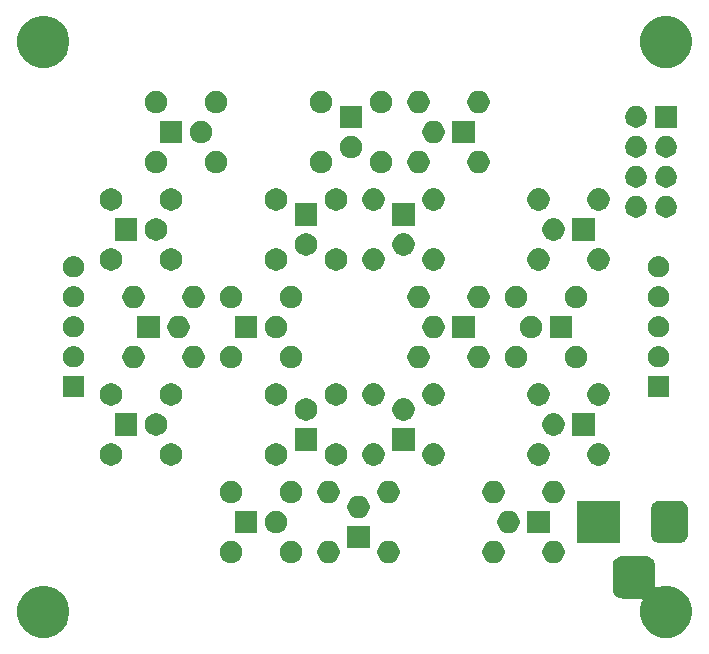
<source format=gbr>
G04 #@! TF.GenerationSoftware,KiCad,Pcbnew,5.1.5*
G04 #@! TF.CreationDate,2020-01-27T03:04:38+01:00*
G04 #@! TF.ProjectId,meshlight,6d657368-6c69-4676-9874-2e6b69636164,rev?*
G04 #@! TF.SameCoordinates,Original*
G04 #@! TF.FileFunction,Soldermask,Bot*
G04 #@! TF.FilePolarity,Negative*
%FSLAX46Y46*%
G04 Gerber Fmt 4.6, Leading zero omitted, Abs format (unit mm)*
G04 Created by KiCad (PCBNEW 5.1.5) date 2020-01-27 03:04:38*
%MOMM*%
%LPD*%
G04 APERTURE LIST*
%ADD10C,0.100000*%
G04 APERTURE END LIST*
D10*
G36*
X174941366Y-106420695D02*
G01*
X175098460Y-106468349D01*
X175243231Y-106545731D01*
X175370128Y-106649872D01*
X175474269Y-106776769D01*
X175551651Y-106921540D01*
X175599305Y-107078634D01*
X175616000Y-107248140D01*
X175616000Y-108934171D01*
X175618402Y-108958557D01*
X175625515Y-108982006D01*
X175637066Y-109003617D01*
X175652611Y-109022559D01*
X175671553Y-109038104D01*
X175693164Y-109049655D01*
X175716613Y-109056768D01*
X175740999Y-109059170D01*
X175765385Y-109056768D01*
X175788834Y-109049655D01*
X175887993Y-109008582D01*
X176313219Y-108924000D01*
X176746781Y-108924000D01*
X177172007Y-109008582D01*
X177405987Y-109105500D01*
X177572565Y-109174499D01*
X177933056Y-109415371D01*
X178239629Y-109721944D01*
X178453891Y-110042611D01*
X178480502Y-110082437D01*
X178646418Y-110482993D01*
X178731000Y-110908219D01*
X178731000Y-111341781D01*
X178646418Y-111767007D01*
X178480502Y-112167563D01*
X178480501Y-112167565D01*
X178239629Y-112528056D01*
X177933056Y-112834629D01*
X177572565Y-113075501D01*
X177572564Y-113075502D01*
X177572563Y-113075502D01*
X177172007Y-113241418D01*
X176746781Y-113326000D01*
X176313219Y-113326000D01*
X175887993Y-113241418D01*
X175487437Y-113075502D01*
X175487436Y-113075502D01*
X175487435Y-113075501D01*
X175126944Y-112834629D01*
X174820371Y-112528056D01*
X174579499Y-112167565D01*
X174579498Y-112167563D01*
X174413582Y-111767007D01*
X174329000Y-111341781D01*
X174329000Y-110908219D01*
X174413582Y-110482993D01*
X174539569Y-110178834D01*
X174546682Y-110155385D01*
X174549084Y-110130999D01*
X174546682Y-110106613D01*
X174539569Y-110083164D01*
X174528018Y-110061553D01*
X174512473Y-110042611D01*
X174493531Y-110027066D01*
X174471920Y-110015515D01*
X174448471Y-110008402D01*
X174424085Y-110006000D01*
X172858140Y-110006000D01*
X172688634Y-109989305D01*
X172531540Y-109941651D01*
X172386769Y-109864269D01*
X172259872Y-109760128D01*
X172155731Y-109633231D01*
X172078349Y-109488460D01*
X172030695Y-109331366D01*
X172014000Y-109161860D01*
X172014000Y-107248140D01*
X172030695Y-107078634D01*
X172078349Y-106921540D01*
X172155731Y-106776769D01*
X172259872Y-106649872D01*
X172386769Y-106545731D01*
X172531540Y-106468349D01*
X172688634Y-106420695D01*
X172858140Y-106404000D01*
X174771860Y-106404000D01*
X174941366Y-106420695D01*
G37*
G36*
X124467007Y-109008582D02*
G01*
X124700987Y-109105500D01*
X124867565Y-109174499D01*
X125228056Y-109415371D01*
X125534629Y-109721944D01*
X125748891Y-110042611D01*
X125775502Y-110082437D01*
X125941418Y-110482993D01*
X126026000Y-110908219D01*
X126026000Y-111341781D01*
X125941418Y-111767007D01*
X125775502Y-112167563D01*
X125775501Y-112167565D01*
X125534629Y-112528056D01*
X125228056Y-112834629D01*
X124867565Y-113075501D01*
X124867564Y-113075502D01*
X124867563Y-113075502D01*
X124467007Y-113241418D01*
X124041781Y-113326000D01*
X123608219Y-113326000D01*
X123182993Y-113241418D01*
X122782437Y-113075502D01*
X122782436Y-113075502D01*
X122782435Y-113075501D01*
X122421944Y-112834629D01*
X122115371Y-112528056D01*
X121874499Y-112167565D01*
X121874498Y-112167563D01*
X121708582Y-111767007D01*
X121624000Y-111341781D01*
X121624000Y-110908219D01*
X121708582Y-110482993D01*
X121874498Y-110082437D01*
X121901109Y-110042611D01*
X122115371Y-109721944D01*
X122421944Y-109415371D01*
X122782435Y-109174499D01*
X122949013Y-109105500D01*
X123182993Y-109008582D01*
X123608219Y-108924000D01*
X124041781Y-108924000D01*
X124467007Y-109008582D01*
G37*
G36*
X148232395Y-105130546D02*
G01*
X148405466Y-105202234D01*
X148478698Y-105251166D01*
X148561227Y-105306310D01*
X148693690Y-105438773D01*
X148693691Y-105438775D01*
X148797766Y-105594534D01*
X148869454Y-105767605D01*
X148906000Y-105951333D01*
X148906000Y-106138667D01*
X148869454Y-106322395D01*
X148797766Y-106495466D01*
X148797765Y-106495467D01*
X148693690Y-106651227D01*
X148561227Y-106783690D01*
X148530518Y-106804209D01*
X148405466Y-106887766D01*
X148232395Y-106959454D01*
X148048667Y-106996000D01*
X147861333Y-106996000D01*
X147677605Y-106959454D01*
X147504534Y-106887766D01*
X147379482Y-106804209D01*
X147348773Y-106783690D01*
X147216310Y-106651227D01*
X147112235Y-106495467D01*
X147112234Y-106495466D01*
X147040546Y-106322395D01*
X147004000Y-106138667D01*
X147004000Y-105951333D01*
X147040546Y-105767605D01*
X147112234Y-105594534D01*
X147216309Y-105438775D01*
X147216310Y-105438773D01*
X147348773Y-105306310D01*
X147431302Y-105251166D01*
X147504534Y-105202234D01*
X147677605Y-105130546D01*
X147861333Y-105094000D01*
X148048667Y-105094000D01*
X148232395Y-105130546D01*
G37*
G36*
X153312395Y-105130546D02*
G01*
X153485466Y-105202234D01*
X153558698Y-105251166D01*
X153641227Y-105306310D01*
X153773690Y-105438773D01*
X153773691Y-105438775D01*
X153877766Y-105594534D01*
X153949454Y-105767605D01*
X153986000Y-105951333D01*
X153986000Y-106138667D01*
X153949454Y-106322395D01*
X153877766Y-106495466D01*
X153877765Y-106495467D01*
X153773690Y-106651227D01*
X153641227Y-106783690D01*
X153610518Y-106804209D01*
X153485466Y-106887766D01*
X153312395Y-106959454D01*
X153128667Y-106996000D01*
X152941333Y-106996000D01*
X152757605Y-106959454D01*
X152584534Y-106887766D01*
X152459482Y-106804209D01*
X152428773Y-106783690D01*
X152296310Y-106651227D01*
X152192235Y-106495467D01*
X152192234Y-106495466D01*
X152120546Y-106322395D01*
X152084000Y-106138667D01*
X152084000Y-105951333D01*
X152120546Y-105767605D01*
X152192234Y-105594534D01*
X152296309Y-105438775D01*
X152296310Y-105438773D01*
X152428773Y-105306310D01*
X152511302Y-105251166D01*
X152584534Y-105202234D01*
X152757605Y-105130546D01*
X152941333Y-105094000D01*
X153128667Y-105094000D01*
X153312395Y-105130546D01*
G37*
G36*
X139977395Y-105130546D02*
G01*
X140150466Y-105202234D01*
X140223698Y-105251166D01*
X140306227Y-105306310D01*
X140438690Y-105438773D01*
X140438691Y-105438775D01*
X140542766Y-105594534D01*
X140614454Y-105767605D01*
X140651000Y-105951333D01*
X140651000Y-106138667D01*
X140614454Y-106322395D01*
X140542766Y-106495466D01*
X140542765Y-106495467D01*
X140438690Y-106651227D01*
X140306227Y-106783690D01*
X140275518Y-106804209D01*
X140150466Y-106887766D01*
X139977395Y-106959454D01*
X139793667Y-106996000D01*
X139606333Y-106996000D01*
X139422605Y-106959454D01*
X139249534Y-106887766D01*
X139124482Y-106804209D01*
X139093773Y-106783690D01*
X138961310Y-106651227D01*
X138857235Y-106495467D01*
X138857234Y-106495466D01*
X138785546Y-106322395D01*
X138749000Y-106138667D01*
X138749000Y-105951333D01*
X138785546Y-105767605D01*
X138857234Y-105594534D01*
X138961309Y-105438775D01*
X138961310Y-105438773D01*
X139093773Y-105306310D01*
X139176302Y-105251166D01*
X139249534Y-105202234D01*
X139422605Y-105130546D01*
X139606333Y-105094000D01*
X139793667Y-105094000D01*
X139977395Y-105130546D01*
G37*
G36*
X145057395Y-105130546D02*
G01*
X145230466Y-105202234D01*
X145303698Y-105251166D01*
X145386227Y-105306310D01*
X145518690Y-105438773D01*
X145518691Y-105438775D01*
X145622766Y-105594534D01*
X145694454Y-105767605D01*
X145731000Y-105951333D01*
X145731000Y-106138667D01*
X145694454Y-106322395D01*
X145622766Y-106495466D01*
X145622765Y-106495467D01*
X145518690Y-106651227D01*
X145386227Y-106783690D01*
X145355518Y-106804209D01*
X145230466Y-106887766D01*
X145057395Y-106959454D01*
X144873667Y-106996000D01*
X144686333Y-106996000D01*
X144502605Y-106959454D01*
X144329534Y-106887766D01*
X144204482Y-106804209D01*
X144173773Y-106783690D01*
X144041310Y-106651227D01*
X143937235Y-106495467D01*
X143937234Y-106495466D01*
X143865546Y-106322395D01*
X143829000Y-106138667D01*
X143829000Y-105951333D01*
X143865546Y-105767605D01*
X143937234Y-105594534D01*
X144041309Y-105438775D01*
X144041310Y-105438773D01*
X144173773Y-105306310D01*
X144256302Y-105251166D01*
X144329534Y-105202234D01*
X144502605Y-105130546D01*
X144686333Y-105094000D01*
X144873667Y-105094000D01*
X145057395Y-105130546D01*
G37*
G36*
X167282395Y-105130546D02*
G01*
X167455466Y-105202234D01*
X167528698Y-105251166D01*
X167611227Y-105306310D01*
X167743690Y-105438773D01*
X167743691Y-105438775D01*
X167847766Y-105594534D01*
X167919454Y-105767605D01*
X167956000Y-105951333D01*
X167956000Y-106138667D01*
X167919454Y-106322395D01*
X167847766Y-106495466D01*
X167847765Y-106495467D01*
X167743690Y-106651227D01*
X167611227Y-106783690D01*
X167580518Y-106804209D01*
X167455466Y-106887766D01*
X167282395Y-106959454D01*
X167098667Y-106996000D01*
X166911333Y-106996000D01*
X166727605Y-106959454D01*
X166554534Y-106887766D01*
X166429482Y-106804209D01*
X166398773Y-106783690D01*
X166266310Y-106651227D01*
X166162235Y-106495467D01*
X166162234Y-106495466D01*
X166090546Y-106322395D01*
X166054000Y-106138667D01*
X166054000Y-105951333D01*
X166090546Y-105767605D01*
X166162234Y-105594534D01*
X166266309Y-105438775D01*
X166266310Y-105438773D01*
X166398773Y-105306310D01*
X166481302Y-105251166D01*
X166554534Y-105202234D01*
X166727605Y-105130546D01*
X166911333Y-105094000D01*
X167098667Y-105094000D01*
X167282395Y-105130546D01*
G37*
G36*
X162202395Y-105130546D02*
G01*
X162375466Y-105202234D01*
X162448698Y-105251166D01*
X162531227Y-105306310D01*
X162663690Y-105438773D01*
X162663691Y-105438775D01*
X162767766Y-105594534D01*
X162839454Y-105767605D01*
X162876000Y-105951333D01*
X162876000Y-106138667D01*
X162839454Y-106322395D01*
X162767766Y-106495466D01*
X162767765Y-106495467D01*
X162663690Y-106651227D01*
X162531227Y-106783690D01*
X162500518Y-106804209D01*
X162375466Y-106887766D01*
X162202395Y-106959454D01*
X162018667Y-106996000D01*
X161831333Y-106996000D01*
X161647605Y-106959454D01*
X161474534Y-106887766D01*
X161349482Y-106804209D01*
X161318773Y-106783690D01*
X161186310Y-106651227D01*
X161082235Y-106495467D01*
X161082234Y-106495466D01*
X161010546Y-106322395D01*
X160974000Y-106138667D01*
X160974000Y-105951333D01*
X161010546Y-105767605D01*
X161082234Y-105594534D01*
X161186309Y-105438775D01*
X161186310Y-105438773D01*
X161318773Y-105306310D01*
X161401302Y-105251166D01*
X161474534Y-105202234D01*
X161647605Y-105130546D01*
X161831333Y-105094000D01*
X162018667Y-105094000D01*
X162202395Y-105130546D01*
G37*
G36*
X151446000Y-105726000D02*
G01*
X149544000Y-105726000D01*
X149544000Y-103824000D01*
X151446000Y-103824000D01*
X151446000Y-105726000D01*
G37*
G36*
X172616000Y-105306000D02*
G01*
X169014000Y-105306000D01*
X169014000Y-101704000D01*
X172616000Y-101704000D01*
X172616000Y-105306000D01*
G37*
G36*
X177791979Y-101718293D02*
G01*
X177925625Y-101758834D01*
X178048784Y-101824664D01*
X178156740Y-101913260D01*
X178245336Y-102021216D01*
X178311166Y-102144375D01*
X178351707Y-102278021D01*
X178366000Y-102423140D01*
X178366000Y-104586860D01*
X178351707Y-104731979D01*
X178311166Y-104865625D01*
X178245336Y-104988784D01*
X178156740Y-105096740D01*
X178048784Y-105185336D01*
X177925625Y-105251166D01*
X177791979Y-105291707D01*
X177646860Y-105306000D01*
X175983140Y-105306000D01*
X175838021Y-105291707D01*
X175704375Y-105251166D01*
X175581216Y-105185336D01*
X175473260Y-105096740D01*
X175384664Y-104988784D01*
X175318834Y-104865625D01*
X175278293Y-104731979D01*
X175264000Y-104586860D01*
X175264000Y-102423140D01*
X175278293Y-102278021D01*
X175318834Y-102144375D01*
X175384664Y-102021216D01*
X175473260Y-101913260D01*
X175581216Y-101824664D01*
X175704375Y-101758834D01*
X175838021Y-101718293D01*
X175983140Y-101704000D01*
X177646860Y-101704000D01*
X177791979Y-101718293D01*
G37*
G36*
X143787395Y-102590546D02*
G01*
X143960466Y-102662234D01*
X144037818Y-102713919D01*
X144116227Y-102766310D01*
X144248690Y-102898773D01*
X144248691Y-102898775D01*
X144352766Y-103054534D01*
X144424454Y-103227605D01*
X144461000Y-103411333D01*
X144461000Y-103598667D01*
X144424454Y-103782395D01*
X144352766Y-103955466D01*
X144352765Y-103955467D01*
X144248690Y-104111227D01*
X144116227Y-104243690D01*
X144037818Y-104296081D01*
X143960466Y-104347766D01*
X143787395Y-104419454D01*
X143603667Y-104456000D01*
X143416333Y-104456000D01*
X143232605Y-104419454D01*
X143059534Y-104347766D01*
X142982182Y-104296081D01*
X142903773Y-104243690D01*
X142771310Y-104111227D01*
X142667235Y-103955467D01*
X142667234Y-103955466D01*
X142595546Y-103782395D01*
X142559000Y-103598667D01*
X142559000Y-103411333D01*
X142595546Y-103227605D01*
X142667234Y-103054534D01*
X142771309Y-102898775D01*
X142771310Y-102898773D01*
X142903773Y-102766310D01*
X142982182Y-102713919D01*
X143059534Y-102662234D01*
X143232605Y-102590546D01*
X143416333Y-102554000D01*
X143603667Y-102554000D01*
X143787395Y-102590546D01*
G37*
G36*
X141921000Y-104456000D02*
G01*
X140019000Y-104456000D01*
X140019000Y-102554000D01*
X141921000Y-102554000D01*
X141921000Y-104456000D01*
G37*
G36*
X166686000Y-104456000D02*
G01*
X164784000Y-104456000D01*
X164784000Y-102554000D01*
X166686000Y-102554000D01*
X166686000Y-104456000D01*
G37*
G36*
X163472395Y-102590546D02*
G01*
X163645466Y-102662234D01*
X163722818Y-102713919D01*
X163801227Y-102766310D01*
X163933690Y-102898773D01*
X163933691Y-102898775D01*
X164037766Y-103054534D01*
X164109454Y-103227605D01*
X164146000Y-103411333D01*
X164146000Y-103598667D01*
X164109454Y-103782395D01*
X164037766Y-103955466D01*
X164037765Y-103955467D01*
X163933690Y-104111227D01*
X163801227Y-104243690D01*
X163722818Y-104296081D01*
X163645466Y-104347766D01*
X163472395Y-104419454D01*
X163288667Y-104456000D01*
X163101333Y-104456000D01*
X162917605Y-104419454D01*
X162744534Y-104347766D01*
X162667182Y-104296081D01*
X162588773Y-104243690D01*
X162456310Y-104111227D01*
X162352235Y-103955467D01*
X162352234Y-103955466D01*
X162280546Y-103782395D01*
X162244000Y-103598667D01*
X162244000Y-103411333D01*
X162280546Y-103227605D01*
X162352234Y-103054534D01*
X162456309Y-102898775D01*
X162456310Y-102898773D01*
X162588773Y-102766310D01*
X162667182Y-102713919D01*
X162744534Y-102662234D01*
X162917605Y-102590546D01*
X163101333Y-102554000D01*
X163288667Y-102554000D01*
X163472395Y-102590546D01*
G37*
G36*
X150772395Y-101320546D02*
G01*
X150945466Y-101392234D01*
X151022818Y-101443919D01*
X151101227Y-101496310D01*
X151233690Y-101628773D01*
X151233691Y-101628775D01*
X151337766Y-101784534D01*
X151409454Y-101957605D01*
X151446000Y-102141333D01*
X151446000Y-102328667D01*
X151409454Y-102512395D01*
X151337766Y-102685466D01*
X151337765Y-102685467D01*
X151233690Y-102841227D01*
X151101227Y-102973690D01*
X151022818Y-103026081D01*
X150945466Y-103077766D01*
X150772395Y-103149454D01*
X150588667Y-103186000D01*
X150401333Y-103186000D01*
X150217605Y-103149454D01*
X150044534Y-103077766D01*
X149967182Y-103026081D01*
X149888773Y-102973690D01*
X149756310Y-102841227D01*
X149652235Y-102685467D01*
X149652234Y-102685466D01*
X149580546Y-102512395D01*
X149544000Y-102328667D01*
X149544000Y-102141333D01*
X149580546Y-101957605D01*
X149652234Y-101784534D01*
X149756309Y-101628775D01*
X149756310Y-101628773D01*
X149888773Y-101496310D01*
X149967182Y-101443919D01*
X150044534Y-101392234D01*
X150217605Y-101320546D01*
X150401333Y-101284000D01*
X150588667Y-101284000D01*
X150772395Y-101320546D01*
G37*
G36*
X162202395Y-100050546D02*
G01*
X162375466Y-100122234D01*
X162375467Y-100122235D01*
X162531227Y-100226310D01*
X162663690Y-100358773D01*
X162663691Y-100358775D01*
X162767766Y-100514534D01*
X162839454Y-100687605D01*
X162876000Y-100871333D01*
X162876000Y-101058667D01*
X162839454Y-101242395D01*
X162767766Y-101415466D01*
X162767765Y-101415467D01*
X162663690Y-101571227D01*
X162531227Y-101703690D01*
X162530763Y-101704000D01*
X162375466Y-101807766D01*
X162202395Y-101879454D01*
X162018667Y-101916000D01*
X161831333Y-101916000D01*
X161647605Y-101879454D01*
X161474534Y-101807766D01*
X161319237Y-101704000D01*
X161318773Y-101703690D01*
X161186310Y-101571227D01*
X161082235Y-101415467D01*
X161082234Y-101415466D01*
X161010546Y-101242395D01*
X160974000Y-101058667D01*
X160974000Y-100871333D01*
X161010546Y-100687605D01*
X161082234Y-100514534D01*
X161186309Y-100358775D01*
X161186310Y-100358773D01*
X161318773Y-100226310D01*
X161474533Y-100122235D01*
X161474534Y-100122234D01*
X161647605Y-100050546D01*
X161831333Y-100014000D01*
X162018667Y-100014000D01*
X162202395Y-100050546D01*
G37*
G36*
X167282395Y-100050546D02*
G01*
X167455466Y-100122234D01*
X167455467Y-100122235D01*
X167611227Y-100226310D01*
X167743690Y-100358773D01*
X167743691Y-100358775D01*
X167847766Y-100514534D01*
X167919454Y-100687605D01*
X167956000Y-100871333D01*
X167956000Y-101058667D01*
X167919454Y-101242395D01*
X167847766Y-101415466D01*
X167847765Y-101415467D01*
X167743690Y-101571227D01*
X167611227Y-101703690D01*
X167610763Y-101704000D01*
X167455466Y-101807766D01*
X167282395Y-101879454D01*
X167098667Y-101916000D01*
X166911333Y-101916000D01*
X166727605Y-101879454D01*
X166554534Y-101807766D01*
X166399237Y-101704000D01*
X166398773Y-101703690D01*
X166266310Y-101571227D01*
X166162235Y-101415467D01*
X166162234Y-101415466D01*
X166090546Y-101242395D01*
X166054000Y-101058667D01*
X166054000Y-100871333D01*
X166090546Y-100687605D01*
X166162234Y-100514534D01*
X166266309Y-100358775D01*
X166266310Y-100358773D01*
X166398773Y-100226310D01*
X166554533Y-100122235D01*
X166554534Y-100122234D01*
X166727605Y-100050546D01*
X166911333Y-100014000D01*
X167098667Y-100014000D01*
X167282395Y-100050546D01*
G37*
G36*
X148232395Y-100050546D02*
G01*
X148405466Y-100122234D01*
X148405467Y-100122235D01*
X148561227Y-100226310D01*
X148693690Y-100358773D01*
X148693691Y-100358775D01*
X148797766Y-100514534D01*
X148869454Y-100687605D01*
X148906000Y-100871333D01*
X148906000Y-101058667D01*
X148869454Y-101242395D01*
X148797766Y-101415466D01*
X148797765Y-101415467D01*
X148693690Y-101571227D01*
X148561227Y-101703690D01*
X148560763Y-101704000D01*
X148405466Y-101807766D01*
X148232395Y-101879454D01*
X148048667Y-101916000D01*
X147861333Y-101916000D01*
X147677605Y-101879454D01*
X147504534Y-101807766D01*
X147349237Y-101704000D01*
X147348773Y-101703690D01*
X147216310Y-101571227D01*
X147112235Y-101415467D01*
X147112234Y-101415466D01*
X147040546Y-101242395D01*
X147004000Y-101058667D01*
X147004000Y-100871333D01*
X147040546Y-100687605D01*
X147112234Y-100514534D01*
X147216309Y-100358775D01*
X147216310Y-100358773D01*
X147348773Y-100226310D01*
X147504533Y-100122235D01*
X147504534Y-100122234D01*
X147677605Y-100050546D01*
X147861333Y-100014000D01*
X148048667Y-100014000D01*
X148232395Y-100050546D01*
G37*
G36*
X153312395Y-100050546D02*
G01*
X153485466Y-100122234D01*
X153485467Y-100122235D01*
X153641227Y-100226310D01*
X153773690Y-100358773D01*
X153773691Y-100358775D01*
X153877766Y-100514534D01*
X153949454Y-100687605D01*
X153986000Y-100871333D01*
X153986000Y-101058667D01*
X153949454Y-101242395D01*
X153877766Y-101415466D01*
X153877765Y-101415467D01*
X153773690Y-101571227D01*
X153641227Y-101703690D01*
X153640763Y-101704000D01*
X153485466Y-101807766D01*
X153312395Y-101879454D01*
X153128667Y-101916000D01*
X152941333Y-101916000D01*
X152757605Y-101879454D01*
X152584534Y-101807766D01*
X152429237Y-101704000D01*
X152428773Y-101703690D01*
X152296310Y-101571227D01*
X152192235Y-101415467D01*
X152192234Y-101415466D01*
X152120546Y-101242395D01*
X152084000Y-101058667D01*
X152084000Y-100871333D01*
X152120546Y-100687605D01*
X152192234Y-100514534D01*
X152296309Y-100358775D01*
X152296310Y-100358773D01*
X152428773Y-100226310D01*
X152584533Y-100122235D01*
X152584534Y-100122234D01*
X152757605Y-100050546D01*
X152941333Y-100014000D01*
X153128667Y-100014000D01*
X153312395Y-100050546D01*
G37*
G36*
X139977395Y-100050546D02*
G01*
X140150466Y-100122234D01*
X140150467Y-100122235D01*
X140306227Y-100226310D01*
X140438690Y-100358773D01*
X140438691Y-100358775D01*
X140542766Y-100514534D01*
X140614454Y-100687605D01*
X140651000Y-100871333D01*
X140651000Y-101058667D01*
X140614454Y-101242395D01*
X140542766Y-101415466D01*
X140542765Y-101415467D01*
X140438690Y-101571227D01*
X140306227Y-101703690D01*
X140305763Y-101704000D01*
X140150466Y-101807766D01*
X139977395Y-101879454D01*
X139793667Y-101916000D01*
X139606333Y-101916000D01*
X139422605Y-101879454D01*
X139249534Y-101807766D01*
X139094237Y-101704000D01*
X139093773Y-101703690D01*
X138961310Y-101571227D01*
X138857235Y-101415467D01*
X138857234Y-101415466D01*
X138785546Y-101242395D01*
X138749000Y-101058667D01*
X138749000Y-100871333D01*
X138785546Y-100687605D01*
X138857234Y-100514534D01*
X138961309Y-100358775D01*
X138961310Y-100358773D01*
X139093773Y-100226310D01*
X139249533Y-100122235D01*
X139249534Y-100122234D01*
X139422605Y-100050546D01*
X139606333Y-100014000D01*
X139793667Y-100014000D01*
X139977395Y-100050546D01*
G37*
G36*
X145057395Y-100050546D02*
G01*
X145230466Y-100122234D01*
X145230467Y-100122235D01*
X145386227Y-100226310D01*
X145518690Y-100358773D01*
X145518691Y-100358775D01*
X145622766Y-100514534D01*
X145694454Y-100687605D01*
X145731000Y-100871333D01*
X145731000Y-101058667D01*
X145694454Y-101242395D01*
X145622766Y-101415466D01*
X145622765Y-101415467D01*
X145518690Y-101571227D01*
X145386227Y-101703690D01*
X145385763Y-101704000D01*
X145230466Y-101807766D01*
X145057395Y-101879454D01*
X144873667Y-101916000D01*
X144686333Y-101916000D01*
X144502605Y-101879454D01*
X144329534Y-101807766D01*
X144174237Y-101704000D01*
X144173773Y-101703690D01*
X144041310Y-101571227D01*
X143937235Y-101415467D01*
X143937234Y-101415466D01*
X143865546Y-101242395D01*
X143829000Y-101058667D01*
X143829000Y-100871333D01*
X143865546Y-100687605D01*
X143937234Y-100514534D01*
X144041309Y-100358775D01*
X144041310Y-100358773D01*
X144173773Y-100226310D01*
X144329533Y-100122235D01*
X144329534Y-100122234D01*
X144502605Y-100050546D01*
X144686333Y-100014000D01*
X144873667Y-100014000D01*
X145057395Y-100050546D01*
G37*
G36*
X134897395Y-96875546D02*
G01*
X135070466Y-96947234D01*
X135070467Y-96947235D01*
X135226227Y-97051310D01*
X135358690Y-97183773D01*
X135358691Y-97183775D01*
X135462766Y-97339534D01*
X135534454Y-97512605D01*
X135571000Y-97696333D01*
X135571000Y-97883667D01*
X135534454Y-98067395D01*
X135462766Y-98240466D01*
X135462765Y-98240467D01*
X135358690Y-98396227D01*
X135226227Y-98528690D01*
X135147818Y-98581081D01*
X135070466Y-98632766D01*
X134897395Y-98704454D01*
X134713667Y-98741000D01*
X134526333Y-98741000D01*
X134342605Y-98704454D01*
X134169534Y-98632766D01*
X134092182Y-98581081D01*
X134013773Y-98528690D01*
X133881310Y-98396227D01*
X133777235Y-98240467D01*
X133777234Y-98240466D01*
X133705546Y-98067395D01*
X133669000Y-97883667D01*
X133669000Y-97696333D01*
X133705546Y-97512605D01*
X133777234Y-97339534D01*
X133881309Y-97183775D01*
X133881310Y-97183773D01*
X134013773Y-97051310D01*
X134169533Y-96947235D01*
X134169534Y-96947234D01*
X134342605Y-96875546D01*
X134526333Y-96839000D01*
X134713667Y-96839000D01*
X134897395Y-96875546D01*
G37*
G36*
X143787395Y-96875546D02*
G01*
X143960466Y-96947234D01*
X143960467Y-96947235D01*
X144116227Y-97051310D01*
X144248690Y-97183773D01*
X144248691Y-97183775D01*
X144352766Y-97339534D01*
X144424454Y-97512605D01*
X144461000Y-97696333D01*
X144461000Y-97883667D01*
X144424454Y-98067395D01*
X144352766Y-98240466D01*
X144352765Y-98240467D01*
X144248690Y-98396227D01*
X144116227Y-98528690D01*
X144037818Y-98581081D01*
X143960466Y-98632766D01*
X143787395Y-98704454D01*
X143603667Y-98741000D01*
X143416333Y-98741000D01*
X143232605Y-98704454D01*
X143059534Y-98632766D01*
X142982182Y-98581081D01*
X142903773Y-98528690D01*
X142771310Y-98396227D01*
X142667235Y-98240467D01*
X142667234Y-98240466D01*
X142595546Y-98067395D01*
X142559000Y-97883667D01*
X142559000Y-97696333D01*
X142595546Y-97512605D01*
X142667234Y-97339534D01*
X142771309Y-97183775D01*
X142771310Y-97183773D01*
X142903773Y-97051310D01*
X143059533Y-96947235D01*
X143059534Y-96947234D01*
X143232605Y-96875546D01*
X143416333Y-96839000D01*
X143603667Y-96839000D01*
X143787395Y-96875546D01*
G37*
G36*
X148867395Y-96875546D02*
G01*
X149040466Y-96947234D01*
X149040467Y-96947235D01*
X149196227Y-97051310D01*
X149328690Y-97183773D01*
X149328691Y-97183775D01*
X149432766Y-97339534D01*
X149504454Y-97512605D01*
X149541000Y-97696333D01*
X149541000Y-97883667D01*
X149504454Y-98067395D01*
X149432766Y-98240466D01*
X149432765Y-98240467D01*
X149328690Y-98396227D01*
X149196227Y-98528690D01*
X149117818Y-98581081D01*
X149040466Y-98632766D01*
X148867395Y-98704454D01*
X148683667Y-98741000D01*
X148496333Y-98741000D01*
X148312605Y-98704454D01*
X148139534Y-98632766D01*
X148062182Y-98581081D01*
X147983773Y-98528690D01*
X147851310Y-98396227D01*
X147747235Y-98240467D01*
X147747234Y-98240466D01*
X147675546Y-98067395D01*
X147639000Y-97883667D01*
X147639000Y-97696333D01*
X147675546Y-97512605D01*
X147747234Y-97339534D01*
X147851309Y-97183775D01*
X147851310Y-97183773D01*
X147983773Y-97051310D01*
X148139533Y-96947235D01*
X148139534Y-96947234D01*
X148312605Y-96875546D01*
X148496333Y-96839000D01*
X148683667Y-96839000D01*
X148867395Y-96875546D01*
G37*
G36*
X152042395Y-96875546D02*
G01*
X152215466Y-96947234D01*
X152215467Y-96947235D01*
X152371227Y-97051310D01*
X152503690Y-97183773D01*
X152503691Y-97183775D01*
X152607766Y-97339534D01*
X152679454Y-97512605D01*
X152716000Y-97696333D01*
X152716000Y-97883667D01*
X152679454Y-98067395D01*
X152607766Y-98240466D01*
X152607765Y-98240467D01*
X152503690Y-98396227D01*
X152371227Y-98528690D01*
X152292818Y-98581081D01*
X152215466Y-98632766D01*
X152042395Y-98704454D01*
X151858667Y-98741000D01*
X151671333Y-98741000D01*
X151487605Y-98704454D01*
X151314534Y-98632766D01*
X151237182Y-98581081D01*
X151158773Y-98528690D01*
X151026310Y-98396227D01*
X150922235Y-98240467D01*
X150922234Y-98240466D01*
X150850546Y-98067395D01*
X150814000Y-97883667D01*
X150814000Y-97696333D01*
X150850546Y-97512605D01*
X150922234Y-97339534D01*
X151026309Y-97183775D01*
X151026310Y-97183773D01*
X151158773Y-97051310D01*
X151314533Y-96947235D01*
X151314534Y-96947234D01*
X151487605Y-96875546D01*
X151671333Y-96839000D01*
X151858667Y-96839000D01*
X152042395Y-96875546D01*
G37*
G36*
X157122395Y-96875546D02*
G01*
X157295466Y-96947234D01*
X157295467Y-96947235D01*
X157451227Y-97051310D01*
X157583690Y-97183773D01*
X157583691Y-97183775D01*
X157687766Y-97339534D01*
X157759454Y-97512605D01*
X157796000Y-97696333D01*
X157796000Y-97883667D01*
X157759454Y-98067395D01*
X157687766Y-98240466D01*
X157687765Y-98240467D01*
X157583690Y-98396227D01*
X157451227Y-98528690D01*
X157372818Y-98581081D01*
X157295466Y-98632766D01*
X157122395Y-98704454D01*
X156938667Y-98741000D01*
X156751333Y-98741000D01*
X156567605Y-98704454D01*
X156394534Y-98632766D01*
X156317182Y-98581081D01*
X156238773Y-98528690D01*
X156106310Y-98396227D01*
X156002235Y-98240467D01*
X156002234Y-98240466D01*
X155930546Y-98067395D01*
X155894000Y-97883667D01*
X155894000Y-97696333D01*
X155930546Y-97512605D01*
X156002234Y-97339534D01*
X156106309Y-97183775D01*
X156106310Y-97183773D01*
X156238773Y-97051310D01*
X156394533Y-96947235D01*
X156394534Y-96947234D01*
X156567605Y-96875546D01*
X156751333Y-96839000D01*
X156938667Y-96839000D01*
X157122395Y-96875546D01*
G37*
G36*
X129817395Y-96875546D02*
G01*
X129990466Y-96947234D01*
X129990467Y-96947235D01*
X130146227Y-97051310D01*
X130278690Y-97183773D01*
X130278691Y-97183775D01*
X130382766Y-97339534D01*
X130454454Y-97512605D01*
X130491000Y-97696333D01*
X130491000Y-97883667D01*
X130454454Y-98067395D01*
X130382766Y-98240466D01*
X130382765Y-98240467D01*
X130278690Y-98396227D01*
X130146227Y-98528690D01*
X130067818Y-98581081D01*
X129990466Y-98632766D01*
X129817395Y-98704454D01*
X129633667Y-98741000D01*
X129446333Y-98741000D01*
X129262605Y-98704454D01*
X129089534Y-98632766D01*
X129012182Y-98581081D01*
X128933773Y-98528690D01*
X128801310Y-98396227D01*
X128697235Y-98240467D01*
X128697234Y-98240466D01*
X128625546Y-98067395D01*
X128589000Y-97883667D01*
X128589000Y-97696333D01*
X128625546Y-97512605D01*
X128697234Y-97339534D01*
X128801309Y-97183775D01*
X128801310Y-97183773D01*
X128933773Y-97051310D01*
X129089533Y-96947235D01*
X129089534Y-96947234D01*
X129262605Y-96875546D01*
X129446333Y-96839000D01*
X129633667Y-96839000D01*
X129817395Y-96875546D01*
G37*
G36*
X166012395Y-96875546D02*
G01*
X166185466Y-96947234D01*
X166185467Y-96947235D01*
X166341227Y-97051310D01*
X166473690Y-97183773D01*
X166473691Y-97183775D01*
X166577766Y-97339534D01*
X166649454Y-97512605D01*
X166686000Y-97696333D01*
X166686000Y-97883667D01*
X166649454Y-98067395D01*
X166577766Y-98240466D01*
X166577765Y-98240467D01*
X166473690Y-98396227D01*
X166341227Y-98528690D01*
X166262818Y-98581081D01*
X166185466Y-98632766D01*
X166012395Y-98704454D01*
X165828667Y-98741000D01*
X165641333Y-98741000D01*
X165457605Y-98704454D01*
X165284534Y-98632766D01*
X165207182Y-98581081D01*
X165128773Y-98528690D01*
X164996310Y-98396227D01*
X164892235Y-98240467D01*
X164892234Y-98240466D01*
X164820546Y-98067395D01*
X164784000Y-97883667D01*
X164784000Y-97696333D01*
X164820546Y-97512605D01*
X164892234Y-97339534D01*
X164996309Y-97183775D01*
X164996310Y-97183773D01*
X165128773Y-97051310D01*
X165284533Y-96947235D01*
X165284534Y-96947234D01*
X165457605Y-96875546D01*
X165641333Y-96839000D01*
X165828667Y-96839000D01*
X166012395Y-96875546D01*
G37*
G36*
X171092395Y-96875546D02*
G01*
X171265466Y-96947234D01*
X171265467Y-96947235D01*
X171421227Y-97051310D01*
X171553690Y-97183773D01*
X171553691Y-97183775D01*
X171657766Y-97339534D01*
X171729454Y-97512605D01*
X171766000Y-97696333D01*
X171766000Y-97883667D01*
X171729454Y-98067395D01*
X171657766Y-98240466D01*
X171657765Y-98240467D01*
X171553690Y-98396227D01*
X171421227Y-98528690D01*
X171342818Y-98581081D01*
X171265466Y-98632766D01*
X171092395Y-98704454D01*
X170908667Y-98741000D01*
X170721333Y-98741000D01*
X170537605Y-98704454D01*
X170364534Y-98632766D01*
X170287182Y-98581081D01*
X170208773Y-98528690D01*
X170076310Y-98396227D01*
X169972235Y-98240467D01*
X169972234Y-98240466D01*
X169900546Y-98067395D01*
X169864000Y-97883667D01*
X169864000Y-97696333D01*
X169900546Y-97512605D01*
X169972234Y-97339534D01*
X170076309Y-97183775D01*
X170076310Y-97183773D01*
X170208773Y-97051310D01*
X170364533Y-96947235D01*
X170364534Y-96947234D01*
X170537605Y-96875546D01*
X170721333Y-96839000D01*
X170908667Y-96839000D01*
X171092395Y-96875546D01*
G37*
G36*
X155256000Y-97471000D02*
G01*
X153354000Y-97471000D01*
X153354000Y-95569000D01*
X155256000Y-95569000D01*
X155256000Y-97471000D01*
G37*
G36*
X147001000Y-97471000D02*
G01*
X145099000Y-97471000D01*
X145099000Y-95569000D01*
X147001000Y-95569000D01*
X147001000Y-97471000D01*
G37*
G36*
X167282395Y-94335546D02*
G01*
X167455466Y-94407234D01*
X167532818Y-94458919D01*
X167611227Y-94511310D01*
X167743690Y-94643773D01*
X167743691Y-94643775D01*
X167847766Y-94799534D01*
X167919454Y-94972605D01*
X167956000Y-95156333D01*
X167956000Y-95343667D01*
X167919454Y-95527395D01*
X167847766Y-95700466D01*
X167847765Y-95700467D01*
X167743690Y-95856227D01*
X167611227Y-95988690D01*
X167532818Y-96041081D01*
X167455466Y-96092766D01*
X167282395Y-96164454D01*
X167098667Y-96201000D01*
X166911333Y-96201000D01*
X166727605Y-96164454D01*
X166554534Y-96092766D01*
X166477182Y-96041081D01*
X166398773Y-95988690D01*
X166266310Y-95856227D01*
X166162235Y-95700467D01*
X166162234Y-95700466D01*
X166090546Y-95527395D01*
X166054000Y-95343667D01*
X166054000Y-95156333D01*
X166090546Y-94972605D01*
X166162234Y-94799534D01*
X166266309Y-94643775D01*
X166266310Y-94643773D01*
X166398773Y-94511310D01*
X166477182Y-94458919D01*
X166554534Y-94407234D01*
X166727605Y-94335546D01*
X166911333Y-94299000D01*
X167098667Y-94299000D01*
X167282395Y-94335546D01*
G37*
G36*
X131761000Y-96201000D02*
G01*
X129859000Y-96201000D01*
X129859000Y-94299000D01*
X131761000Y-94299000D01*
X131761000Y-96201000D01*
G37*
G36*
X133627395Y-94335546D02*
G01*
X133800466Y-94407234D01*
X133877818Y-94458919D01*
X133956227Y-94511310D01*
X134088690Y-94643773D01*
X134088691Y-94643775D01*
X134192766Y-94799534D01*
X134264454Y-94972605D01*
X134301000Y-95156333D01*
X134301000Y-95343667D01*
X134264454Y-95527395D01*
X134192766Y-95700466D01*
X134192765Y-95700467D01*
X134088690Y-95856227D01*
X133956227Y-95988690D01*
X133877818Y-96041081D01*
X133800466Y-96092766D01*
X133627395Y-96164454D01*
X133443667Y-96201000D01*
X133256333Y-96201000D01*
X133072605Y-96164454D01*
X132899534Y-96092766D01*
X132822182Y-96041081D01*
X132743773Y-95988690D01*
X132611310Y-95856227D01*
X132507235Y-95700467D01*
X132507234Y-95700466D01*
X132435546Y-95527395D01*
X132399000Y-95343667D01*
X132399000Y-95156333D01*
X132435546Y-94972605D01*
X132507234Y-94799534D01*
X132611309Y-94643775D01*
X132611310Y-94643773D01*
X132743773Y-94511310D01*
X132822182Y-94458919D01*
X132899534Y-94407234D01*
X133072605Y-94335546D01*
X133256333Y-94299000D01*
X133443667Y-94299000D01*
X133627395Y-94335546D01*
G37*
G36*
X170496000Y-96201000D02*
G01*
X168594000Y-96201000D01*
X168594000Y-94299000D01*
X170496000Y-94299000D01*
X170496000Y-96201000D01*
G37*
G36*
X154582395Y-93065546D02*
G01*
X154755466Y-93137234D01*
X154832818Y-93188919D01*
X154911227Y-93241310D01*
X155043690Y-93373773D01*
X155043691Y-93373775D01*
X155147766Y-93529534D01*
X155219454Y-93702605D01*
X155256000Y-93886333D01*
X155256000Y-94073667D01*
X155219454Y-94257395D01*
X155147766Y-94430466D01*
X155147765Y-94430467D01*
X155043690Y-94586227D01*
X154911227Y-94718690D01*
X154832818Y-94771081D01*
X154755466Y-94822766D01*
X154582395Y-94894454D01*
X154398667Y-94931000D01*
X154211333Y-94931000D01*
X154027605Y-94894454D01*
X153854534Y-94822766D01*
X153777182Y-94771081D01*
X153698773Y-94718690D01*
X153566310Y-94586227D01*
X153462235Y-94430467D01*
X153462234Y-94430466D01*
X153390546Y-94257395D01*
X153354000Y-94073667D01*
X153354000Y-93886333D01*
X153390546Y-93702605D01*
X153462234Y-93529534D01*
X153566309Y-93373775D01*
X153566310Y-93373773D01*
X153698773Y-93241310D01*
X153777182Y-93188919D01*
X153854534Y-93137234D01*
X154027605Y-93065546D01*
X154211333Y-93029000D01*
X154398667Y-93029000D01*
X154582395Y-93065546D01*
G37*
G36*
X146327395Y-93065546D02*
G01*
X146500466Y-93137234D01*
X146577818Y-93188919D01*
X146656227Y-93241310D01*
X146788690Y-93373773D01*
X146788691Y-93373775D01*
X146892766Y-93529534D01*
X146964454Y-93702605D01*
X147001000Y-93886333D01*
X147001000Y-94073667D01*
X146964454Y-94257395D01*
X146892766Y-94430466D01*
X146892765Y-94430467D01*
X146788690Y-94586227D01*
X146656227Y-94718690D01*
X146577818Y-94771081D01*
X146500466Y-94822766D01*
X146327395Y-94894454D01*
X146143667Y-94931000D01*
X145956333Y-94931000D01*
X145772605Y-94894454D01*
X145599534Y-94822766D01*
X145522182Y-94771081D01*
X145443773Y-94718690D01*
X145311310Y-94586227D01*
X145207235Y-94430467D01*
X145207234Y-94430466D01*
X145135546Y-94257395D01*
X145099000Y-94073667D01*
X145099000Y-93886333D01*
X145135546Y-93702605D01*
X145207234Y-93529534D01*
X145311309Y-93373775D01*
X145311310Y-93373773D01*
X145443773Y-93241310D01*
X145522182Y-93188919D01*
X145599534Y-93137234D01*
X145772605Y-93065546D01*
X145956333Y-93029000D01*
X146143667Y-93029000D01*
X146327395Y-93065546D01*
G37*
G36*
X134897395Y-91795546D02*
G01*
X135070466Y-91867234D01*
X135070467Y-91867235D01*
X135226227Y-91971310D01*
X135358690Y-92103773D01*
X135358691Y-92103775D01*
X135462766Y-92259534D01*
X135534454Y-92432605D01*
X135571000Y-92616333D01*
X135571000Y-92803667D01*
X135534454Y-92987395D01*
X135462766Y-93160466D01*
X135462765Y-93160467D01*
X135358690Y-93316227D01*
X135226227Y-93448690D01*
X135147818Y-93501081D01*
X135070466Y-93552766D01*
X134897395Y-93624454D01*
X134713667Y-93661000D01*
X134526333Y-93661000D01*
X134342605Y-93624454D01*
X134169534Y-93552766D01*
X134092182Y-93501081D01*
X134013773Y-93448690D01*
X133881310Y-93316227D01*
X133777235Y-93160467D01*
X133777234Y-93160466D01*
X133705546Y-92987395D01*
X133669000Y-92803667D01*
X133669000Y-92616333D01*
X133705546Y-92432605D01*
X133777234Y-92259534D01*
X133881309Y-92103775D01*
X133881310Y-92103773D01*
X134013773Y-91971310D01*
X134169533Y-91867235D01*
X134169534Y-91867234D01*
X134342605Y-91795546D01*
X134526333Y-91759000D01*
X134713667Y-91759000D01*
X134897395Y-91795546D01*
G37*
G36*
X152042395Y-91795546D02*
G01*
X152215466Y-91867234D01*
X152215467Y-91867235D01*
X152371227Y-91971310D01*
X152503690Y-92103773D01*
X152503691Y-92103775D01*
X152607766Y-92259534D01*
X152679454Y-92432605D01*
X152716000Y-92616333D01*
X152716000Y-92803667D01*
X152679454Y-92987395D01*
X152607766Y-93160466D01*
X152607765Y-93160467D01*
X152503690Y-93316227D01*
X152371227Y-93448690D01*
X152292818Y-93501081D01*
X152215466Y-93552766D01*
X152042395Y-93624454D01*
X151858667Y-93661000D01*
X151671333Y-93661000D01*
X151487605Y-93624454D01*
X151314534Y-93552766D01*
X151237182Y-93501081D01*
X151158773Y-93448690D01*
X151026310Y-93316227D01*
X150922235Y-93160467D01*
X150922234Y-93160466D01*
X150850546Y-92987395D01*
X150814000Y-92803667D01*
X150814000Y-92616333D01*
X150850546Y-92432605D01*
X150922234Y-92259534D01*
X151026309Y-92103775D01*
X151026310Y-92103773D01*
X151158773Y-91971310D01*
X151314533Y-91867235D01*
X151314534Y-91867234D01*
X151487605Y-91795546D01*
X151671333Y-91759000D01*
X151858667Y-91759000D01*
X152042395Y-91795546D01*
G37*
G36*
X143787395Y-91795546D02*
G01*
X143960466Y-91867234D01*
X143960467Y-91867235D01*
X144116227Y-91971310D01*
X144248690Y-92103773D01*
X144248691Y-92103775D01*
X144352766Y-92259534D01*
X144424454Y-92432605D01*
X144461000Y-92616333D01*
X144461000Y-92803667D01*
X144424454Y-92987395D01*
X144352766Y-93160466D01*
X144352765Y-93160467D01*
X144248690Y-93316227D01*
X144116227Y-93448690D01*
X144037818Y-93501081D01*
X143960466Y-93552766D01*
X143787395Y-93624454D01*
X143603667Y-93661000D01*
X143416333Y-93661000D01*
X143232605Y-93624454D01*
X143059534Y-93552766D01*
X142982182Y-93501081D01*
X142903773Y-93448690D01*
X142771310Y-93316227D01*
X142667235Y-93160467D01*
X142667234Y-93160466D01*
X142595546Y-92987395D01*
X142559000Y-92803667D01*
X142559000Y-92616333D01*
X142595546Y-92432605D01*
X142667234Y-92259534D01*
X142771309Y-92103775D01*
X142771310Y-92103773D01*
X142903773Y-91971310D01*
X143059533Y-91867235D01*
X143059534Y-91867234D01*
X143232605Y-91795546D01*
X143416333Y-91759000D01*
X143603667Y-91759000D01*
X143787395Y-91795546D01*
G37*
G36*
X129817395Y-91795546D02*
G01*
X129990466Y-91867234D01*
X129990467Y-91867235D01*
X130146227Y-91971310D01*
X130278690Y-92103773D01*
X130278691Y-92103775D01*
X130382766Y-92259534D01*
X130454454Y-92432605D01*
X130491000Y-92616333D01*
X130491000Y-92803667D01*
X130454454Y-92987395D01*
X130382766Y-93160466D01*
X130382765Y-93160467D01*
X130278690Y-93316227D01*
X130146227Y-93448690D01*
X130067818Y-93501081D01*
X129990466Y-93552766D01*
X129817395Y-93624454D01*
X129633667Y-93661000D01*
X129446333Y-93661000D01*
X129262605Y-93624454D01*
X129089534Y-93552766D01*
X129012182Y-93501081D01*
X128933773Y-93448690D01*
X128801310Y-93316227D01*
X128697235Y-93160467D01*
X128697234Y-93160466D01*
X128625546Y-92987395D01*
X128589000Y-92803667D01*
X128589000Y-92616333D01*
X128625546Y-92432605D01*
X128697234Y-92259534D01*
X128801309Y-92103775D01*
X128801310Y-92103773D01*
X128933773Y-91971310D01*
X129089533Y-91867235D01*
X129089534Y-91867234D01*
X129262605Y-91795546D01*
X129446333Y-91759000D01*
X129633667Y-91759000D01*
X129817395Y-91795546D01*
G37*
G36*
X157122395Y-91795546D02*
G01*
X157295466Y-91867234D01*
X157295467Y-91867235D01*
X157451227Y-91971310D01*
X157583690Y-92103773D01*
X157583691Y-92103775D01*
X157687766Y-92259534D01*
X157759454Y-92432605D01*
X157796000Y-92616333D01*
X157796000Y-92803667D01*
X157759454Y-92987395D01*
X157687766Y-93160466D01*
X157687765Y-93160467D01*
X157583690Y-93316227D01*
X157451227Y-93448690D01*
X157372818Y-93501081D01*
X157295466Y-93552766D01*
X157122395Y-93624454D01*
X156938667Y-93661000D01*
X156751333Y-93661000D01*
X156567605Y-93624454D01*
X156394534Y-93552766D01*
X156317182Y-93501081D01*
X156238773Y-93448690D01*
X156106310Y-93316227D01*
X156002235Y-93160467D01*
X156002234Y-93160466D01*
X155930546Y-92987395D01*
X155894000Y-92803667D01*
X155894000Y-92616333D01*
X155930546Y-92432605D01*
X156002234Y-92259534D01*
X156106309Y-92103775D01*
X156106310Y-92103773D01*
X156238773Y-91971310D01*
X156394533Y-91867235D01*
X156394534Y-91867234D01*
X156567605Y-91795546D01*
X156751333Y-91759000D01*
X156938667Y-91759000D01*
X157122395Y-91795546D01*
G37*
G36*
X148867395Y-91795546D02*
G01*
X149040466Y-91867234D01*
X149040467Y-91867235D01*
X149196227Y-91971310D01*
X149328690Y-92103773D01*
X149328691Y-92103775D01*
X149432766Y-92259534D01*
X149504454Y-92432605D01*
X149541000Y-92616333D01*
X149541000Y-92803667D01*
X149504454Y-92987395D01*
X149432766Y-93160466D01*
X149432765Y-93160467D01*
X149328690Y-93316227D01*
X149196227Y-93448690D01*
X149117818Y-93501081D01*
X149040466Y-93552766D01*
X148867395Y-93624454D01*
X148683667Y-93661000D01*
X148496333Y-93661000D01*
X148312605Y-93624454D01*
X148139534Y-93552766D01*
X148062182Y-93501081D01*
X147983773Y-93448690D01*
X147851310Y-93316227D01*
X147747235Y-93160467D01*
X147747234Y-93160466D01*
X147675546Y-92987395D01*
X147639000Y-92803667D01*
X147639000Y-92616333D01*
X147675546Y-92432605D01*
X147747234Y-92259534D01*
X147851309Y-92103775D01*
X147851310Y-92103773D01*
X147983773Y-91971310D01*
X148139533Y-91867235D01*
X148139534Y-91867234D01*
X148312605Y-91795546D01*
X148496333Y-91759000D01*
X148683667Y-91759000D01*
X148867395Y-91795546D01*
G37*
G36*
X166012395Y-91795546D02*
G01*
X166185466Y-91867234D01*
X166185467Y-91867235D01*
X166341227Y-91971310D01*
X166473690Y-92103773D01*
X166473691Y-92103775D01*
X166577766Y-92259534D01*
X166649454Y-92432605D01*
X166686000Y-92616333D01*
X166686000Y-92803667D01*
X166649454Y-92987395D01*
X166577766Y-93160466D01*
X166577765Y-93160467D01*
X166473690Y-93316227D01*
X166341227Y-93448690D01*
X166262818Y-93501081D01*
X166185466Y-93552766D01*
X166012395Y-93624454D01*
X165828667Y-93661000D01*
X165641333Y-93661000D01*
X165457605Y-93624454D01*
X165284534Y-93552766D01*
X165207182Y-93501081D01*
X165128773Y-93448690D01*
X164996310Y-93316227D01*
X164892235Y-93160467D01*
X164892234Y-93160466D01*
X164820546Y-92987395D01*
X164784000Y-92803667D01*
X164784000Y-92616333D01*
X164820546Y-92432605D01*
X164892234Y-92259534D01*
X164996309Y-92103775D01*
X164996310Y-92103773D01*
X165128773Y-91971310D01*
X165284533Y-91867235D01*
X165284534Y-91867234D01*
X165457605Y-91795546D01*
X165641333Y-91759000D01*
X165828667Y-91759000D01*
X166012395Y-91795546D01*
G37*
G36*
X171092395Y-91795546D02*
G01*
X171265466Y-91867234D01*
X171265467Y-91867235D01*
X171421227Y-91971310D01*
X171553690Y-92103773D01*
X171553691Y-92103775D01*
X171657766Y-92259534D01*
X171729454Y-92432605D01*
X171766000Y-92616333D01*
X171766000Y-92803667D01*
X171729454Y-92987395D01*
X171657766Y-93160466D01*
X171657765Y-93160467D01*
X171553690Y-93316227D01*
X171421227Y-93448690D01*
X171342818Y-93501081D01*
X171265466Y-93552766D01*
X171092395Y-93624454D01*
X170908667Y-93661000D01*
X170721333Y-93661000D01*
X170537605Y-93624454D01*
X170364534Y-93552766D01*
X170287182Y-93501081D01*
X170208773Y-93448690D01*
X170076310Y-93316227D01*
X169972235Y-93160467D01*
X169972234Y-93160466D01*
X169900546Y-92987395D01*
X169864000Y-92803667D01*
X169864000Y-92616333D01*
X169900546Y-92432605D01*
X169972234Y-92259534D01*
X170076309Y-92103775D01*
X170076310Y-92103773D01*
X170208773Y-91971310D01*
X170364533Y-91867235D01*
X170364534Y-91867234D01*
X170537605Y-91795546D01*
X170721333Y-91759000D01*
X170908667Y-91759000D01*
X171092395Y-91795546D01*
G37*
G36*
X127266000Y-92976000D02*
G01*
X125464000Y-92976000D01*
X125464000Y-91174000D01*
X127266000Y-91174000D01*
X127266000Y-92976000D01*
G37*
G36*
X176796000Y-92976000D02*
G01*
X174994000Y-92976000D01*
X174994000Y-91174000D01*
X176796000Y-91174000D01*
X176796000Y-92976000D01*
G37*
G36*
X131722395Y-88620546D02*
G01*
X131895466Y-88692234D01*
X131895467Y-88692235D01*
X132051227Y-88796310D01*
X132183690Y-88928773D01*
X132183691Y-88928775D01*
X132287766Y-89084534D01*
X132359454Y-89257605D01*
X132396000Y-89441333D01*
X132396000Y-89628667D01*
X132359454Y-89812395D01*
X132287766Y-89985466D01*
X132287765Y-89985467D01*
X132183690Y-90141227D01*
X132051227Y-90273690D01*
X131972818Y-90326081D01*
X131895466Y-90377766D01*
X131722395Y-90449454D01*
X131538667Y-90486000D01*
X131351333Y-90486000D01*
X131167605Y-90449454D01*
X130994534Y-90377766D01*
X130917182Y-90326081D01*
X130838773Y-90273690D01*
X130706310Y-90141227D01*
X130602235Y-89985467D01*
X130602234Y-89985466D01*
X130530546Y-89812395D01*
X130494000Y-89628667D01*
X130494000Y-89441333D01*
X130530546Y-89257605D01*
X130602234Y-89084534D01*
X130706309Y-88928775D01*
X130706310Y-88928773D01*
X130838773Y-88796310D01*
X130994533Y-88692235D01*
X130994534Y-88692234D01*
X131167605Y-88620546D01*
X131351333Y-88584000D01*
X131538667Y-88584000D01*
X131722395Y-88620546D01*
G37*
G36*
X136802395Y-88620546D02*
G01*
X136975466Y-88692234D01*
X136975467Y-88692235D01*
X137131227Y-88796310D01*
X137263690Y-88928773D01*
X137263691Y-88928775D01*
X137367766Y-89084534D01*
X137439454Y-89257605D01*
X137476000Y-89441333D01*
X137476000Y-89628667D01*
X137439454Y-89812395D01*
X137367766Y-89985466D01*
X137367765Y-89985467D01*
X137263690Y-90141227D01*
X137131227Y-90273690D01*
X137052818Y-90326081D01*
X136975466Y-90377766D01*
X136802395Y-90449454D01*
X136618667Y-90486000D01*
X136431333Y-90486000D01*
X136247605Y-90449454D01*
X136074534Y-90377766D01*
X135997182Y-90326081D01*
X135918773Y-90273690D01*
X135786310Y-90141227D01*
X135682235Y-89985467D01*
X135682234Y-89985466D01*
X135610546Y-89812395D01*
X135574000Y-89628667D01*
X135574000Y-89441333D01*
X135610546Y-89257605D01*
X135682234Y-89084534D01*
X135786309Y-88928775D01*
X135786310Y-88928773D01*
X135918773Y-88796310D01*
X136074533Y-88692235D01*
X136074534Y-88692234D01*
X136247605Y-88620546D01*
X136431333Y-88584000D01*
X136618667Y-88584000D01*
X136802395Y-88620546D01*
G37*
G36*
X139977395Y-88620546D02*
G01*
X140150466Y-88692234D01*
X140150467Y-88692235D01*
X140306227Y-88796310D01*
X140438690Y-88928773D01*
X140438691Y-88928775D01*
X140542766Y-89084534D01*
X140614454Y-89257605D01*
X140651000Y-89441333D01*
X140651000Y-89628667D01*
X140614454Y-89812395D01*
X140542766Y-89985466D01*
X140542765Y-89985467D01*
X140438690Y-90141227D01*
X140306227Y-90273690D01*
X140227818Y-90326081D01*
X140150466Y-90377766D01*
X139977395Y-90449454D01*
X139793667Y-90486000D01*
X139606333Y-90486000D01*
X139422605Y-90449454D01*
X139249534Y-90377766D01*
X139172182Y-90326081D01*
X139093773Y-90273690D01*
X138961310Y-90141227D01*
X138857235Y-89985467D01*
X138857234Y-89985466D01*
X138785546Y-89812395D01*
X138749000Y-89628667D01*
X138749000Y-89441333D01*
X138785546Y-89257605D01*
X138857234Y-89084534D01*
X138961309Y-88928775D01*
X138961310Y-88928773D01*
X139093773Y-88796310D01*
X139249533Y-88692235D01*
X139249534Y-88692234D01*
X139422605Y-88620546D01*
X139606333Y-88584000D01*
X139793667Y-88584000D01*
X139977395Y-88620546D01*
G37*
G36*
X164107395Y-88620546D02*
G01*
X164280466Y-88692234D01*
X164280467Y-88692235D01*
X164436227Y-88796310D01*
X164568690Y-88928773D01*
X164568691Y-88928775D01*
X164672766Y-89084534D01*
X164744454Y-89257605D01*
X164781000Y-89441333D01*
X164781000Y-89628667D01*
X164744454Y-89812395D01*
X164672766Y-89985466D01*
X164672765Y-89985467D01*
X164568690Y-90141227D01*
X164436227Y-90273690D01*
X164357818Y-90326081D01*
X164280466Y-90377766D01*
X164107395Y-90449454D01*
X163923667Y-90486000D01*
X163736333Y-90486000D01*
X163552605Y-90449454D01*
X163379534Y-90377766D01*
X163302182Y-90326081D01*
X163223773Y-90273690D01*
X163091310Y-90141227D01*
X162987235Y-89985467D01*
X162987234Y-89985466D01*
X162915546Y-89812395D01*
X162879000Y-89628667D01*
X162879000Y-89441333D01*
X162915546Y-89257605D01*
X162987234Y-89084534D01*
X163091309Y-88928775D01*
X163091310Y-88928773D01*
X163223773Y-88796310D01*
X163379533Y-88692235D01*
X163379534Y-88692234D01*
X163552605Y-88620546D01*
X163736333Y-88584000D01*
X163923667Y-88584000D01*
X164107395Y-88620546D01*
G37*
G36*
X169187395Y-88620546D02*
G01*
X169360466Y-88692234D01*
X169360467Y-88692235D01*
X169516227Y-88796310D01*
X169648690Y-88928773D01*
X169648691Y-88928775D01*
X169752766Y-89084534D01*
X169824454Y-89257605D01*
X169861000Y-89441333D01*
X169861000Y-89628667D01*
X169824454Y-89812395D01*
X169752766Y-89985466D01*
X169752765Y-89985467D01*
X169648690Y-90141227D01*
X169516227Y-90273690D01*
X169437818Y-90326081D01*
X169360466Y-90377766D01*
X169187395Y-90449454D01*
X169003667Y-90486000D01*
X168816333Y-90486000D01*
X168632605Y-90449454D01*
X168459534Y-90377766D01*
X168382182Y-90326081D01*
X168303773Y-90273690D01*
X168171310Y-90141227D01*
X168067235Y-89985467D01*
X168067234Y-89985466D01*
X167995546Y-89812395D01*
X167959000Y-89628667D01*
X167959000Y-89441333D01*
X167995546Y-89257605D01*
X168067234Y-89084534D01*
X168171309Y-88928775D01*
X168171310Y-88928773D01*
X168303773Y-88796310D01*
X168459533Y-88692235D01*
X168459534Y-88692234D01*
X168632605Y-88620546D01*
X168816333Y-88584000D01*
X169003667Y-88584000D01*
X169187395Y-88620546D01*
G37*
G36*
X145057395Y-88620546D02*
G01*
X145230466Y-88692234D01*
X145230467Y-88692235D01*
X145386227Y-88796310D01*
X145518690Y-88928773D01*
X145518691Y-88928775D01*
X145622766Y-89084534D01*
X145694454Y-89257605D01*
X145731000Y-89441333D01*
X145731000Y-89628667D01*
X145694454Y-89812395D01*
X145622766Y-89985466D01*
X145622765Y-89985467D01*
X145518690Y-90141227D01*
X145386227Y-90273690D01*
X145307818Y-90326081D01*
X145230466Y-90377766D01*
X145057395Y-90449454D01*
X144873667Y-90486000D01*
X144686333Y-90486000D01*
X144502605Y-90449454D01*
X144329534Y-90377766D01*
X144252182Y-90326081D01*
X144173773Y-90273690D01*
X144041310Y-90141227D01*
X143937235Y-89985467D01*
X143937234Y-89985466D01*
X143865546Y-89812395D01*
X143829000Y-89628667D01*
X143829000Y-89441333D01*
X143865546Y-89257605D01*
X143937234Y-89084534D01*
X144041309Y-88928775D01*
X144041310Y-88928773D01*
X144173773Y-88796310D01*
X144329533Y-88692235D01*
X144329534Y-88692234D01*
X144502605Y-88620546D01*
X144686333Y-88584000D01*
X144873667Y-88584000D01*
X145057395Y-88620546D01*
G37*
G36*
X155852395Y-88620546D02*
G01*
X156025466Y-88692234D01*
X156025467Y-88692235D01*
X156181227Y-88796310D01*
X156313690Y-88928773D01*
X156313691Y-88928775D01*
X156417766Y-89084534D01*
X156489454Y-89257605D01*
X156526000Y-89441333D01*
X156526000Y-89628667D01*
X156489454Y-89812395D01*
X156417766Y-89985466D01*
X156417765Y-89985467D01*
X156313690Y-90141227D01*
X156181227Y-90273690D01*
X156102818Y-90326081D01*
X156025466Y-90377766D01*
X155852395Y-90449454D01*
X155668667Y-90486000D01*
X155481333Y-90486000D01*
X155297605Y-90449454D01*
X155124534Y-90377766D01*
X155047182Y-90326081D01*
X154968773Y-90273690D01*
X154836310Y-90141227D01*
X154732235Y-89985467D01*
X154732234Y-89985466D01*
X154660546Y-89812395D01*
X154624000Y-89628667D01*
X154624000Y-89441333D01*
X154660546Y-89257605D01*
X154732234Y-89084534D01*
X154836309Y-88928775D01*
X154836310Y-88928773D01*
X154968773Y-88796310D01*
X155124533Y-88692235D01*
X155124534Y-88692234D01*
X155297605Y-88620546D01*
X155481333Y-88584000D01*
X155668667Y-88584000D01*
X155852395Y-88620546D01*
G37*
G36*
X160932395Y-88620546D02*
G01*
X161105466Y-88692234D01*
X161105467Y-88692235D01*
X161261227Y-88796310D01*
X161393690Y-88928773D01*
X161393691Y-88928775D01*
X161497766Y-89084534D01*
X161569454Y-89257605D01*
X161606000Y-89441333D01*
X161606000Y-89628667D01*
X161569454Y-89812395D01*
X161497766Y-89985466D01*
X161497765Y-89985467D01*
X161393690Y-90141227D01*
X161261227Y-90273690D01*
X161182818Y-90326081D01*
X161105466Y-90377766D01*
X160932395Y-90449454D01*
X160748667Y-90486000D01*
X160561333Y-90486000D01*
X160377605Y-90449454D01*
X160204534Y-90377766D01*
X160127182Y-90326081D01*
X160048773Y-90273690D01*
X159916310Y-90141227D01*
X159812235Y-89985467D01*
X159812234Y-89985466D01*
X159740546Y-89812395D01*
X159704000Y-89628667D01*
X159704000Y-89441333D01*
X159740546Y-89257605D01*
X159812234Y-89084534D01*
X159916309Y-88928775D01*
X159916310Y-88928773D01*
X160048773Y-88796310D01*
X160204533Y-88692235D01*
X160204534Y-88692234D01*
X160377605Y-88620546D01*
X160561333Y-88584000D01*
X160748667Y-88584000D01*
X160932395Y-88620546D01*
G37*
G36*
X126478512Y-88638927D02*
G01*
X126627812Y-88668624D01*
X126791784Y-88736544D01*
X126939354Y-88835147D01*
X127064853Y-88960646D01*
X127163456Y-89108216D01*
X127231376Y-89272188D01*
X127266000Y-89446259D01*
X127266000Y-89623741D01*
X127231376Y-89797812D01*
X127163456Y-89961784D01*
X127064853Y-90109354D01*
X126939354Y-90234853D01*
X126791784Y-90333456D01*
X126627812Y-90401376D01*
X126478512Y-90431073D01*
X126453742Y-90436000D01*
X126276258Y-90436000D01*
X126251488Y-90431073D01*
X126102188Y-90401376D01*
X125938216Y-90333456D01*
X125790646Y-90234853D01*
X125665147Y-90109354D01*
X125566544Y-89961784D01*
X125498624Y-89797812D01*
X125464000Y-89623741D01*
X125464000Y-89446259D01*
X125498624Y-89272188D01*
X125566544Y-89108216D01*
X125665147Y-88960646D01*
X125790646Y-88835147D01*
X125938216Y-88736544D01*
X126102188Y-88668624D01*
X126251488Y-88638927D01*
X126276258Y-88634000D01*
X126453742Y-88634000D01*
X126478512Y-88638927D01*
G37*
G36*
X176008512Y-88638927D02*
G01*
X176157812Y-88668624D01*
X176321784Y-88736544D01*
X176469354Y-88835147D01*
X176594853Y-88960646D01*
X176693456Y-89108216D01*
X176761376Y-89272188D01*
X176796000Y-89446259D01*
X176796000Y-89623741D01*
X176761376Y-89797812D01*
X176693456Y-89961784D01*
X176594853Y-90109354D01*
X176469354Y-90234853D01*
X176321784Y-90333456D01*
X176157812Y-90401376D01*
X176008512Y-90431073D01*
X175983742Y-90436000D01*
X175806258Y-90436000D01*
X175781488Y-90431073D01*
X175632188Y-90401376D01*
X175468216Y-90333456D01*
X175320646Y-90234853D01*
X175195147Y-90109354D01*
X175096544Y-89961784D01*
X175028624Y-89797812D01*
X174994000Y-89623741D01*
X174994000Y-89446259D01*
X175028624Y-89272188D01*
X175096544Y-89108216D01*
X175195147Y-88960646D01*
X175320646Y-88835147D01*
X175468216Y-88736544D01*
X175632188Y-88668624D01*
X175781488Y-88638927D01*
X175806258Y-88634000D01*
X175983742Y-88634000D01*
X176008512Y-88638927D01*
G37*
G36*
X135532395Y-86080546D02*
G01*
X135705466Y-86152234D01*
X135705467Y-86152235D01*
X135861227Y-86256310D01*
X135993690Y-86388773D01*
X135993691Y-86388775D01*
X136097766Y-86544534D01*
X136169454Y-86717605D01*
X136206000Y-86901333D01*
X136206000Y-87088667D01*
X136169454Y-87272395D01*
X136097766Y-87445466D01*
X136097765Y-87445467D01*
X135993690Y-87601227D01*
X135861227Y-87733690D01*
X135782818Y-87786081D01*
X135705466Y-87837766D01*
X135532395Y-87909454D01*
X135348667Y-87946000D01*
X135161333Y-87946000D01*
X134977605Y-87909454D01*
X134804534Y-87837766D01*
X134727182Y-87786081D01*
X134648773Y-87733690D01*
X134516310Y-87601227D01*
X134412235Y-87445467D01*
X134412234Y-87445466D01*
X134340546Y-87272395D01*
X134304000Y-87088667D01*
X134304000Y-86901333D01*
X134340546Y-86717605D01*
X134412234Y-86544534D01*
X134516309Y-86388775D01*
X134516310Y-86388773D01*
X134648773Y-86256310D01*
X134804533Y-86152235D01*
X134804534Y-86152234D01*
X134977605Y-86080546D01*
X135161333Y-86044000D01*
X135348667Y-86044000D01*
X135532395Y-86080546D01*
G37*
G36*
X133666000Y-87946000D02*
G01*
X131764000Y-87946000D01*
X131764000Y-86044000D01*
X133666000Y-86044000D01*
X133666000Y-87946000D01*
G37*
G36*
X143787395Y-86080546D02*
G01*
X143960466Y-86152234D01*
X143960467Y-86152235D01*
X144116227Y-86256310D01*
X144248690Y-86388773D01*
X144248691Y-86388775D01*
X144352766Y-86544534D01*
X144424454Y-86717605D01*
X144461000Y-86901333D01*
X144461000Y-87088667D01*
X144424454Y-87272395D01*
X144352766Y-87445466D01*
X144352765Y-87445467D01*
X144248690Y-87601227D01*
X144116227Y-87733690D01*
X144037818Y-87786081D01*
X143960466Y-87837766D01*
X143787395Y-87909454D01*
X143603667Y-87946000D01*
X143416333Y-87946000D01*
X143232605Y-87909454D01*
X143059534Y-87837766D01*
X142982182Y-87786081D01*
X142903773Y-87733690D01*
X142771310Y-87601227D01*
X142667235Y-87445467D01*
X142667234Y-87445466D01*
X142595546Y-87272395D01*
X142559000Y-87088667D01*
X142559000Y-86901333D01*
X142595546Y-86717605D01*
X142667234Y-86544534D01*
X142771309Y-86388775D01*
X142771310Y-86388773D01*
X142903773Y-86256310D01*
X143059533Y-86152235D01*
X143059534Y-86152234D01*
X143232605Y-86080546D01*
X143416333Y-86044000D01*
X143603667Y-86044000D01*
X143787395Y-86080546D01*
G37*
G36*
X157122395Y-86080546D02*
G01*
X157295466Y-86152234D01*
X157295467Y-86152235D01*
X157451227Y-86256310D01*
X157583690Y-86388773D01*
X157583691Y-86388775D01*
X157687766Y-86544534D01*
X157759454Y-86717605D01*
X157796000Y-86901333D01*
X157796000Y-87088667D01*
X157759454Y-87272395D01*
X157687766Y-87445466D01*
X157687765Y-87445467D01*
X157583690Y-87601227D01*
X157451227Y-87733690D01*
X157372818Y-87786081D01*
X157295466Y-87837766D01*
X157122395Y-87909454D01*
X156938667Y-87946000D01*
X156751333Y-87946000D01*
X156567605Y-87909454D01*
X156394534Y-87837766D01*
X156317182Y-87786081D01*
X156238773Y-87733690D01*
X156106310Y-87601227D01*
X156002235Y-87445467D01*
X156002234Y-87445466D01*
X155930546Y-87272395D01*
X155894000Y-87088667D01*
X155894000Y-86901333D01*
X155930546Y-86717605D01*
X156002234Y-86544534D01*
X156106309Y-86388775D01*
X156106310Y-86388773D01*
X156238773Y-86256310D01*
X156394533Y-86152235D01*
X156394534Y-86152234D01*
X156567605Y-86080546D01*
X156751333Y-86044000D01*
X156938667Y-86044000D01*
X157122395Y-86080546D01*
G37*
G36*
X165377395Y-86080546D02*
G01*
X165550466Y-86152234D01*
X165550467Y-86152235D01*
X165706227Y-86256310D01*
X165838690Y-86388773D01*
X165838691Y-86388775D01*
X165942766Y-86544534D01*
X166014454Y-86717605D01*
X166051000Y-86901333D01*
X166051000Y-87088667D01*
X166014454Y-87272395D01*
X165942766Y-87445466D01*
X165942765Y-87445467D01*
X165838690Y-87601227D01*
X165706227Y-87733690D01*
X165627818Y-87786081D01*
X165550466Y-87837766D01*
X165377395Y-87909454D01*
X165193667Y-87946000D01*
X165006333Y-87946000D01*
X164822605Y-87909454D01*
X164649534Y-87837766D01*
X164572182Y-87786081D01*
X164493773Y-87733690D01*
X164361310Y-87601227D01*
X164257235Y-87445467D01*
X164257234Y-87445466D01*
X164185546Y-87272395D01*
X164149000Y-87088667D01*
X164149000Y-86901333D01*
X164185546Y-86717605D01*
X164257234Y-86544534D01*
X164361309Y-86388775D01*
X164361310Y-86388773D01*
X164493773Y-86256310D01*
X164649533Y-86152235D01*
X164649534Y-86152234D01*
X164822605Y-86080546D01*
X165006333Y-86044000D01*
X165193667Y-86044000D01*
X165377395Y-86080546D01*
G37*
G36*
X160336000Y-87946000D02*
G01*
X158434000Y-87946000D01*
X158434000Y-86044000D01*
X160336000Y-86044000D01*
X160336000Y-87946000D01*
G37*
G36*
X141921000Y-87946000D02*
G01*
X140019000Y-87946000D01*
X140019000Y-86044000D01*
X141921000Y-86044000D01*
X141921000Y-87946000D01*
G37*
G36*
X168591000Y-87946000D02*
G01*
X166689000Y-87946000D01*
X166689000Y-86044000D01*
X168591000Y-86044000D01*
X168591000Y-87946000D01*
G37*
G36*
X176008512Y-86098927D02*
G01*
X176157812Y-86128624D01*
X176321784Y-86196544D01*
X176469354Y-86295147D01*
X176594853Y-86420646D01*
X176693456Y-86568216D01*
X176761376Y-86732188D01*
X176796000Y-86906259D01*
X176796000Y-87083741D01*
X176761376Y-87257812D01*
X176693456Y-87421784D01*
X176594853Y-87569354D01*
X176469354Y-87694853D01*
X176321784Y-87793456D01*
X176157812Y-87861376D01*
X176008512Y-87891073D01*
X175983742Y-87896000D01*
X175806258Y-87896000D01*
X175781488Y-87891073D01*
X175632188Y-87861376D01*
X175468216Y-87793456D01*
X175320646Y-87694853D01*
X175195147Y-87569354D01*
X175096544Y-87421784D01*
X175028624Y-87257812D01*
X174994000Y-87083741D01*
X174994000Y-86906259D01*
X175028624Y-86732188D01*
X175096544Y-86568216D01*
X175195147Y-86420646D01*
X175320646Y-86295147D01*
X175468216Y-86196544D01*
X175632188Y-86128624D01*
X175781488Y-86098927D01*
X175806258Y-86094000D01*
X175983742Y-86094000D01*
X176008512Y-86098927D01*
G37*
G36*
X126478512Y-86098927D02*
G01*
X126627812Y-86128624D01*
X126791784Y-86196544D01*
X126939354Y-86295147D01*
X127064853Y-86420646D01*
X127163456Y-86568216D01*
X127231376Y-86732188D01*
X127266000Y-86906259D01*
X127266000Y-87083741D01*
X127231376Y-87257812D01*
X127163456Y-87421784D01*
X127064853Y-87569354D01*
X126939354Y-87694853D01*
X126791784Y-87793456D01*
X126627812Y-87861376D01*
X126478512Y-87891073D01*
X126453742Y-87896000D01*
X126276258Y-87896000D01*
X126251488Y-87891073D01*
X126102188Y-87861376D01*
X125938216Y-87793456D01*
X125790646Y-87694853D01*
X125665147Y-87569354D01*
X125566544Y-87421784D01*
X125498624Y-87257812D01*
X125464000Y-87083741D01*
X125464000Y-86906259D01*
X125498624Y-86732188D01*
X125566544Y-86568216D01*
X125665147Y-86420646D01*
X125790646Y-86295147D01*
X125938216Y-86196544D01*
X126102188Y-86128624D01*
X126251488Y-86098927D01*
X126276258Y-86094000D01*
X126453742Y-86094000D01*
X126478512Y-86098927D01*
G37*
G36*
X160932395Y-83540546D02*
G01*
X161105466Y-83612234D01*
X161105467Y-83612235D01*
X161261227Y-83716310D01*
X161393690Y-83848773D01*
X161393691Y-83848775D01*
X161497766Y-84004534D01*
X161569454Y-84177605D01*
X161606000Y-84361333D01*
X161606000Y-84548667D01*
X161569454Y-84732395D01*
X161497766Y-84905466D01*
X161497765Y-84905467D01*
X161393690Y-85061227D01*
X161261227Y-85193690D01*
X161182818Y-85246081D01*
X161105466Y-85297766D01*
X160932395Y-85369454D01*
X160748667Y-85406000D01*
X160561333Y-85406000D01*
X160377605Y-85369454D01*
X160204534Y-85297766D01*
X160127182Y-85246081D01*
X160048773Y-85193690D01*
X159916310Y-85061227D01*
X159812235Y-84905467D01*
X159812234Y-84905466D01*
X159740546Y-84732395D01*
X159704000Y-84548667D01*
X159704000Y-84361333D01*
X159740546Y-84177605D01*
X159812234Y-84004534D01*
X159916309Y-83848775D01*
X159916310Y-83848773D01*
X160048773Y-83716310D01*
X160204533Y-83612235D01*
X160204534Y-83612234D01*
X160377605Y-83540546D01*
X160561333Y-83504000D01*
X160748667Y-83504000D01*
X160932395Y-83540546D01*
G37*
G36*
X169187395Y-83540546D02*
G01*
X169360466Y-83612234D01*
X169360467Y-83612235D01*
X169516227Y-83716310D01*
X169648690Y-83848773D01*
X169648691Y-83848775D01*
X169752766Y-84004534D01*
X169824454Y-84177605D01*
X169861000Y-84361333D01*
X169861000Y-84548667D01*
X169824454Y-84732395D01*
X169752766Y-84905466D01*
X169752765Y-84905467D01*
X169648690Y-85061227D01*
X169516227Y-85193690D01*
X169437818Y-85246081D01*
X169360466Y-85297766D01*
X169187395Y-85369454D01*
X169003667Y-85406000D01*
X168816333Y-85406000D01*
X168632605Y-85369454D01*
X168459534Y-85297766D01*
X168382182Y-85246081D01*
X168303773Y-85193690D01*
X168171310Y-85061227D01*
X168067235Y-84905467D01*
X168067234Y-84905466D01*
X167995546Y-84732395D01*
X167959000Y-84548667D01*
X167959000Y-84361333D01*
X167995546Y-84177605D01*
X168067234Y-84004534D01*
X168171309Y-83848775D01*
X168171310Y-83848773D01*
X168303773Y-83716310D01*
X168459533Y-83612235D01*
X168459534Y-83612234D01*
X168632605Y-83540546D01*
X168816333Y-83504000D01*
X169003667Y-83504000D01*
X169187395Y-83540546D01*
G37*
G36*
X164107395Y-83540546D02*
G01*
X164280466Y-83612234D01*
X164280467Y-83612235D01*
X164436227Y-83716310D01*
X164568690Y-83848773D01*
X164568691Y-83848775D01*
X164672766Y-84004534D01*
X164744454Y-84177605D01*
X164781000Y-84361333D01*
X164781000Y-84548667D01*
X164744454Y-84732395D01*
X164672766Y-84905466D01*
X164672765Y-84905467D01*
X164568690Y-85061227D01*
X164436227Y-85193690D01*
X164357818Y-85246081D01*
X164280466Y-85297766D01*
X164107395Y-85369454D01*
X163923667Y-85406000D01*
X163736333Y-85406000D01*
X163552605Y-85369454D01*
X163379534Y-85297766D01*
X163302182Y-85246081D01*
X163223773Y-85193690D01*
X163091310Y-85061227D01*
X162987235Y-84905467D01*
X162987234Y-84905466D01*
X162915546Y-84732395D01*
X162879000Y-84548667D01*
X162879000Y-84361333D01*
X162915546Y-84177605D01*
X162987234Y-84004534D01*
X163091309Y-83848775D01*
X163091310Y-83848773D01*
X163223773Y-83716310D01*
X163379533Y-83612235D01*
X163379534Y-83612234D01*
X163552605Y-83540546D01*
X163736333Y-83504000D01*
X163923667Y-83504000D01*
X164107395Y-83540546D01*
G37*
G36*
X139977395Y-83540546D02*
G01*
X140150466Y-83612234D01*
X140150467Y-83612235D01*
X140306227Y-83716310D01*
X140438690Y-83848773D01*
X140438691Y-83848775D01*
X140542766Y-84004534D01*
X140614454Y-84177605D01*
X140651000Y-84361333D01*
X140651000Y-84548667D01*
X140614454Y-84732395D01*
X140542766Y-84905466D01*
X140542765Y-84905467D01*
X140438690Y-85061227D01*
X140306227Y-85193690D01*
X140227818Y-85246081D01*
X140150466Y-85297766D01*
X139977395Y-85369454D01*
X139793667Y-85406000D01*
X139606333Y-85406000D01*
X139422605Y-85369454D01*
X139249534Y-85297766D01*
X139172182Y-85246081D01*
X139093773Y-85193690D01*
X138961310Y-85061227D01*
X138857235Y-84905467D01*
X138857234Y-84905466D01*
X138785546Y-84732395D01*
X138749000Y-84548667D01*
X138749000Y-84361333D01*
X138785546Y-84177605D01*
X138857234Y-84004534D01*
X138961309Y-83848775D01*
X138961310Y-83848773D01*
X139093773Y-83716310D01*
X139249533Y-83612235D01*
X139249534Y-83612234D01*
X139422605Y-83540546D01*
X139606333Y-83504000D01*
X139793667Y-83504000D01*
X139977395Y-83540546D01*
G37*
G36*
X155852395Y-83540546D02*
G01*
X156025466Y-83612234D01*
X156025467Y-83612235D01*
X156181227Y-83716310D01*
X156313690Y-83848773D01*
X156313691Y-83848775D01*
X156417766Y-84004534D01*
X156489454Y-84177605D01*
X156526000Y-84361333D01*
X156526000Y-84548667D01*
X156489454Y-84732395D01*
X156417766Y-84905466D01*
X156417765Y-84905467D01*
X156313690Y-85061227D01*
X156181227Y-85193690D01*
X156102818Y-85246081D01*
X156025466Y-85297766D01*
X155852395Y-85369454D01*
X155668667Y-85406000D01*
X155481333Y-85406000D01*
X155297605Y-85369454D01*
X155124534Y-85297766D01*
X155047182Y-85246081D01*
X154968773Y-85193690D01*
X154836310Y-85061227D01*
X154732235Y-84905467D01*
X154732234Y-84905466D01*
X154660546Y-84732395D01*
X154624000Y-84548667D01*
X154624000Y-84361333D01*
X154660546Y-84177605D01*
X154732234Y-84004534D01*
X154836309Y-83848775D01*
X154836310Y-83848773D01*
X154968773Y-83716310D01*
X155124533Y-83612235D01*
X155124534Y-83612234D01*
X155297605Y-83540546D01*
X155481333Y-83504000D01*
X155668667Y-83504000D01*
X155852395Y-83540546D01*
G37*
G36*
X131722395Y-83540546D02*
G01*
X131895466Y-83612234D01*
X131895467Y-83612235D01*
X132051227Y-83716310D01*
X132183690Y-83848773D01*
X132183691Y-83848775D01*
X132287766Y-84004534D01*
X132359454Y-84177605D01*
X132396000Y-84361333D01*
X132396000Y-84548667D01*
X132359454Y-84732395D01*
X132287766Y-84905466D01*
X132287765Y-84905467D01*
X132183690Y-85061227D01*
X132051227Y-85193690D01*
X131972818Y-85246081D01*
X131895466Y-85297766D01*
X131722395Y-85369454D01*
X131538667Y-85406000D01*
X131351333Y-85406000D01*
X131167605Y-85369454D01*
X130994534Y-85297766D01*
X130917182Y-85246081D01*
X130838773Y-85193690D01*
X130706310Y-85061227D01*
X130602235Y-84905467D01*
X130602234Y-84905466D01*
X130530546Y-84732395D01*
X130494000Y-84548667D01*
X130494000Y-84361333D01*
X130530546Y-84177605D01*
X130602234Y-84004534D01*
X130706309Y-83848775D01*
X130706310Y-83848773D01*
X130838773Y-83716310D01*
X130994533Y-83612235D01*
X130994534Y-83612234D01*
X131167605Y-83540546D01*
X131351333Y-83504000D01*
X131538667Y-83504000D01*
X131722395Y-83540546D01*
G37*
G36*
X136802395Y-83540546D02*
G01*
X136975466Y-83612234D01*
X136975467Y-83612235D01*
X137131227Y-83716310D01*
X137263690Y-83848773D01*
X137263691Y-83848775D01*
X137367766Y-84004534D01*
X137439454Y-84177605D01*
X137476000Y-84361333D01*
X137476000Y-84548667D01*
X137439454Y-84732395D01*
X137367766Y-84905466D01*
X137367765Y-84905467D01*
X137263690Y-85061227D01*
X137131227Y-85193690D01*
X137052818Y-85246081D01*
X136975466Y-85297766D01*
X136802395Y-85369454D01*
X136618667Y-85406000D01*
X136431333Y-85406000D01*
X136247605Y-85369454D01*
X136074534Y-85297766D01*
X135997182Y-85246081D01*
X135918773Y-85193690D01*
X135786310Y-85061227D01*
X135682235Y-84905467D01*
X135682234Y-84905466D01*
X135610546Y-84732395D01*
X135574000Y-84548667D01*
X135574000Y-84361333D01*
X135610546Y-84177605D01*
X135682234Y-84004534D01*
X135786309Y-83848775D01*
X135786310Y-83848773D01*
X135918773Y-83716310D01*
X136074533Y-83612235D01*
X136074534Y-83612234D01*
X136247605Y-83540546D01*
X136431333Y-83504000D01*
X136618667Y-83504000D01*
X136802395Y-83540546D01*
G37*
G36*
X145057395Y-83540546D02*
G01*
X145230466Y-83612234D01*
X145230467Y-83612235D01*
X145386227Y-83716310D01*
X145518690Y-83848773D01*
X145518691Y-83848775D01*
X145622766Y-84004534D01*
X145694454Y-84177605D01*
X145731000Y-84361333D01*
X145731000Y-84548667D01*
X145694454Y-84732395D01*
X145622766Y-84905466D01*
X145622765Y-84905467D01*
X145518690Y-85061227D01*
X145386227Y-85193690D01*
X145307818Y-85246081D01*
X145230466Y-85297766D01*
X145057395Y-85369454D01*
X144873667Y-85406000D01*
X144686333Y-85406000D01*
X144502605Y-85369454D01*
X144329534Y-85297766D01*
X144252182Y-85246081D01*
X144173773Y-85193690D01*
X144041310Y-85061227D01*
X143937235Y-84905467D01*
X143937234Y-84905466D01*
X143865546Y-84732395D01*
X143829000Y-84548667D01*
X143829000Y-84361333D01*
X143865546Y-84177605D01*
X143937234Y-84004534D01*
X144041309Y-83848775D01*
X144041310Y-83848773D01*
X144173773Y-83716310D01*
X144329533Y-83612235D01*
X144329534Y-83612234D01*
X144502605Y-83540546D01*
X144686333Y-83504000D01*
X144873667Y-83504000D01*
X145057395Y-83540546D01*
G37*
G36*
X176008512Y-83558927D02*
G01*
X176157812Y-83588624D01*
X176321784Y-83656544D01*
X176469354Y-83755147D01*
X176594853Y-83880646D01*
X176693456Y-84028216D01*
X176761376Y-84192188D01*
X176796000Y-84366259D01*
X176796000Y-84543741D01*
X176761376Y-84717812D01*
X176693456Y-84881784D01*
X176594853Y-85029354D01*
X176469354Y-85154853D01*
X176321784Y-85253456D01*
X176157812Y-85321376D01*
X176008512Y-85351073D01*
X175983742Y-85356000D01*
X175806258Y-85356000D01*
X175781488Y-85351073D01*
X175632188Y-85321376D01*
X175468216Y-85253456D01*
X175320646Y-85154853D01*
X175195147Y-85029354D01*
X175096544Y-84881784D01*
X175028624Y-84717812D01*
X174994000Y-84543741D01*
X174994000Y-84366259D01*
X175028624Y-84192188D01*
X175096544Y-84028216D01*
X175195147Y-83880646D01*
X175320646Y-83755147D01*
X175468216Y-83656544D01*
X175632188Y-83588624D01*
X175781488Y-83558927D01*
X175806258Y-83554000D01*
X175983742Y-83554000D01*
X176008512Y-83558927D01*
G37*
G36*
X126478512Y-83558927D02*
G01*
X126627812Y-83588624D01*
X126791784Y-83656544D01*
X126939354Y-83755147D01*
X127064853Y-83880646D01*
X127163456Y-84028216D01*
X127231376Y-84192188D01*
X127266000Y-84366259D01*
X127266000Y-84543741D01*
X127231376Y-84717812D01*
X127163456Y-84881784D01*
X127064853Y-85029354D01*
X126939354Y-85154853D01*
X126791784Y-85253456D01*
X126627812Y-85321376D01*
X126478512Y-85351073D01*
X126453742Y-85356000D01*
X126276258Y-85356000D01*
X126251488Y-85351073D01*
X126102188Y-85321376D01*
X125938216Y-85253456D01*
X125790646Y-85154853D01*
X125665147Y-85029354D01*
X125566544Y-84881784D01*
X125498624Y-84717812D01*
X125464000Y-84543741D01*
X125464000Y-84366259D01*
X125498624Y-84192188D01*
X125566544Y-84028216D01*
X125665147Y-83880646D01*
X125790646Y-83755147D01*
X125938216Y-83656544D01*
X126102188Y-83588624D01*
X126251488Y-83558927D01*
X126276258Y-83554000D01*
X126453742Y-83554000D01*
X126478512Y-83558927D01*
G37*
G36*
X126478512Y-81018927D02*
G01*
X126627812Y-81048624D01*
X126791784Y-81116544D01*
X126939354Y-81215147D01*
X127064853Y-81340646D01*
X127163456Y-81488216D01*
X127231376Y-81652188D01*
X127266000Y-81826259D01*
X127266000Y-82003741D01*
X127231376Y-82177812D01*
X127163456Y-82341784D01*
X127064853Y-82489354D01*
X126939354Y-82614853D01*
X126791784Y-82713456D01*
X126627812Y-82781376D01*
X126478512Y-82811073D01*
X126453742Y-82816000D01*
X126276258Y-82816000D01*
X126251488Y-82811073D01*
X126102188Y-82781376D01*
X125938216Y-82713456D01*
X125790646Y-82614853D01*
X125665147Y-82489354D01*
X125566544Y-82341784D01*
X125498624Y-82177812D01*
X125464000Y-82003741D01*
X125464000Y-81826259D01*
X125498624Y-81652188D01*
X125566544Y-81488216D01*
X125665147Y-81340646D01*
X125790646Y-81215147D01*
X125938216Y-81116544D01*
X126102188Y-81048624D01*
X126251488Y-81018927D01*
X126276258Y-81014000D01*
X126453742Y-81014000D01*
X126478512Y-81018927D01*
G37*
G36*
X176008512Y-81018927D02*
G01*
X176157812Y-81048624D01*
X176321784Y-81116544D01*
X176469354Y-81215147D01*
X176594853Y-81340646D01*
X176693456Y-81488216D01*
X176761376Y-81652188D01*
X176796000Y-81826259D01*
X176796000Y-82003741D01*
X176761376Y-82177812D01*
X176693456Y-82341784D01*
X176594853Y-82489354D01*
X176469354Y-82614853D01*
X176321784Y-82713456D01*
X176157812Y-82781376D01*
X176008512Y-82811073D01*
X175983742Y-82816000D01*
X175806258Y-82816000D01*
X175781488Y-82811073D01*
X175632188Y-82781376D01*
X175468216Y-82713456D01*
X175320646Y-82614853D01*
X175195147Y-82489354D01*
X175096544Y-82341784D01*
X175028624Y-82177812D01*
X174994000Y-82003741D01*
X174994000Y-81826259D01*
X175028624Y-81652188D01*
X175096544Y-81488216D01*
X175195147Y-81340646D01*
X175320646Y-81215147D01*
X175468216Y-81116544D01*
X175632188Y-81048624D01*
X175781488Y-81018927D01*
X175806258Y-81014000D01*
X175983742Y-81014000D01*
X176008512Y-81018927D01*
G37*
G36*
X143787395Y-80365546D02*
G01*
X143960466Y-80437234D01*
X144037818Y-80488919D01*
X144116227Y-80541310D01*
X144248690Y-80673773D01*
X144248691Y-80673775D01*
X144352766Y-80829534D01*
X144424454Y-81002605D01*
X144461000Y-81186333D01*
X144461000Y-81373667D01*
X144424454Y-81557395D01*
X144352766Y-81730466D01*
X144352765Y-81730467D01*
X144248690Y-81886227D01*
X144116227Y-82018690D01*
X144037818Y-82071081D01*
X143960466Y-82122766D01*
X143787395Y-82194454D01*
X143603667Y-82231000D01*
X143416333Y-82231000D01*
X143232605Y-82194454D01*
X143059534Y-82122766D01*
X142982182Y-82071081D01*
X142903773Y-82018690D01*
X142771310Y-81886227D01*
X142667235Y-81730467D01*
X142667234Y-81730466D01*
X142595546Y-81557395D01*
X142559000Y-81373667D01*
X142559000Y-81186333D01*
X142595546Y-81002605D01*
X142667234Y-80829534D01*
X142771309Y-80673775D01*
X142771310Y-80673773D01*
X142903773Y-80541310D01*
X142982182Y-80488919D01*
X143059534Y-80437234D01*
X143232605Y-80365546D01*
X143416333Y-80329000D01*
X143603667Y-80329000D01*
X143787395Y-80365546D01*
G37*
G36*
X171092395Y-80365546D02*
G01*
X171265466Y-80437234D01*
X171342818Y-80488919D01*
X171421227Y-80541310D01*
X171553690Y-80673773D01*
X171553691Y-80673775D01*
X171657766Y-80829534D01*
X171729454Y-81002605D01*
X171766000Y-81186333D01*
X171766000Y-81373667D01*
X171729454Y-81557395D01*
X171657766Y-81730466D01*
X171657765Y-81730467D01*
X171553690Y-81886227D01*
X171421227Y-82018690D01*
X171342818Y-82071081D01*
X171265466Y-82122766D01*
X171092395Y-82194454D01*
X170908667Y-82231000D01*
X170721333Y-82231000D01*
X170537605Y-82194454D01*
X170364534Y-82122766D01*
X170287182Y-82071081D01*
X170208773Y-82018690D01*
X170076310Y-81886227D01*
X169972235Y-81730467D01*
X169972234Y-81730466D01*
X169900546Y-81557395D01*
X169864000Y-81373667D01*
X169864000Y-81186333D01*
X169900546Y-81002605D01*
X169972234Y-80829534D01*
X170076309Y-80673775D01*
X170076310Y-80673773D01*
X170208773Y-80541310D01*
X170287182Y-80488919D01*
X170364534Y-80437234D01*
X170537605Y-80365546D01*
X170721333Y-80329000D01*
X170908667Y-80329000D01*
X171092395Y-80365546D01*
G37*
G36*
X166012395Y-80365546D02*
G01*
X166185466Y-80437234D01*
X166262818Y-80488919D01*
X166341227Y-80541310D01*
X166473690Y-80673773D01*
X166473691Y-80673775D01*
X166577766Y-80829534D01*
X166649454Y-81002605D01*
X166686000Y-81186333D01*
X166686000Y-81373667D01*
X166649454Y-81557395D01*
X166577766Y-81730466D01*
X166577765Y-81730467D01*
X166473690Y-81886227D01*
X166341227Y-82018690D01*
X166262818Y-82071081D01*
X166185466Y-82122766D01*
X166012395Y-82194454D01*
X165828667Y-82231000D01*
X165641333Y-82231000D01*
X165457605Y-82194454D01*
X165284534Y-82122766D01*
X165207182Y-82071081D01*
X165128773Y-82018690D01*
X164996310Y-81886227D01*
X164892235Y-81730467D01*
X164892234Y-81730466D01*
X164820546Y-81557395D01*
X164784000Y-81373667D01*
X164784000Y-81186333D01*
X164820546Y-81002605D01*
X164892234Y-80829534D01*
X164996309Y-80673775D01*
X164996310Y-80673773D01*
X165128773Y-80541310D01*
X165207182Y-80488919D01*
X165284534Y-80437234D01*
X165457605Y-80365546D01*
X165641333Y-80329000D01*
X165828667Y-80329000D01*
X166012395Y-80365546D01*
G37*
G36*
X129817395Y-80365546D02*
G01*
X129990466Y-80437234D01*
X130067818Y-80488919D01*
X130146227Y-80541310D01*
X130278690Y-80673773D01*
X130278691Y-80673775D01*
X130382766Y-80829534D01*
X130454454Y-81002605D01*
X130491000Y-81186333D01*
X130491000Y-81373667D01*
X130454454Y-81557395D01*
X130382766Y-81730466D01*
X130382765Y-81730467D01*
X130278690Y-81886227D01*
X130146227Y-82018690D01*
X130067818Y-82071081D01*
X129990466Y-82122766D01*
X129817395Y-82194454D01*
X129633667Y-82231000D01*
X129446333Y-82231000D01*
X129262605Y-82194454D01*
X129089534Y-82122766D01*
X129012182Y-82071081D01*
X128933773Y-82018690D01*
X128801310Y-81886227D01*
X128697235Y-81730467D01*
X128697234Y-81730466D01*
X128625546Y-81557395D01*
X128589000Y-81373667D01*
X128589000Y-81186333D01*
X128625546Y-81002605D01*
X128697234Y-80829534D01*
X128801309Y-80673775D01*
X128801310Y-80673773D01*
X128933773Y-80541310D01*
X129012182Y-80488919D01*
X129089534Y-80437234D01*
X129262605Y-80365546D01*
X129446333Y-80329000D01*
X129633667Y-80329000D01*
X129817395Y-80365546D01*
G37*
G36*
X157122395Y-80365546D02*
G01*
X157295466Y-80437234D01*
X157372818Y-80488919D01*
X157451227Y-80541310D01*
X157583690Y-80673773D01*
X157583691Y-80673775D01*
X157687766Y-80829534D01*
X157759454Y-81002605D01*
X157796000Y-81186333D01*
X157796000Y-81373667D01*
X157759454Y-81557395D01*
X157687766Y-81730466D01*
X157687765Y-81730467D01*
X157583690Y-81886227D01*
X157451227Y-82018690D01*
X157372818Y-82071081D01*
X157295466Y-82122766D01*
X157122395Y-82194454D01*
X156938667Y-82231000D01*
X156751333Y-82231000D01*
X156567605Y-82194454D01*
X156394534Y-82122766D01*
X156317182Y-82071081D01*
X156238773Y-82018690D01*
X156106310Y-81886227D01*
X156002235Y-81730467D01*
X156002234Y-81730466D01*
X155930546Y-81557395D01*
X155894000Y-81373667D01*
X155894000Y-81186333D01*
X155930546Y-81002605D01*
X156002234Y-80829534D01*
X156106309Y-80673775D01*
X156106310Y-80673773D01*
X156238773Y-80541310D01*
X156317182Y-80488919D01*
X156394534Y-80437234D01*
X156567605Y-80365546D01*
X156751333Y-80329000D01*
X156938667Y-80329000D01*
X157122395Y-80365546D01*
G37*
G36*
X152042395Y-80365546D02*
G01*
X152215466Y-80437234D01*
X152292818Y-80488919D01*
X152371227Y-80541310D01*
X152503690Y-80673773D01*
X152503691Y-80673775D01*
X152607766Y-80829534D01*
X152679454Y-81002605D01*
X152716000Y-81186333D01*
X152716000Y-81373667D01*
X152679454Y-81557395D01*
X152607766Y-81730466D01*
X152607765Y-81730467D01*
X152503690Y-81886227D01*
X152371227Y-82018690D01*
X152292818Y-82071081D01*
X152215466Y-82122766D01*
X152042395Y-82194454D01*
X151858667Y-82231000D01*
X151671333Y-82231000D01*
X151487605Y-82194454D01*
X151314534Y-82122766D01*
X151237182Y-82071081D01*
X151158773Y-82018690D01*
X151026310Y-81886227D01*
X150922235Y-81730467D01*
X150922234Y-81730466D01*
X150850546Y-81557395D01*
X150814000Y-81373667D01*
X150814000Y-81186333D01*
X150850546Y-81002605D01*
X150922234Y-80829534D01*
X151026309Y-80673775D01*
X151026310Y-80673773D01*
X151158773Y-80541310D01*
X151237182Y-80488919D01*
X151314534Y-80437234D01*
X151487605Y-80365546D01*
X151671333Y-80329000D01*
X151858667Y-80329000D01*
X152042395Y-80365546D01*
G37*
G36*
X148867395Y-80365546D02*
G01*
X149040466Y-80437234D01*
X149117818Y-80488919D01*
X149196227Y-80541310D01*
X149328690Y-80673773D01*
X149328691Y-80673775D01*
X149432766Y-80829534D01*
X149504454Y-81002605D01*
X149541000Y-81186333D01*
X149541000Y-81373667D01*
X149504454Y-81557395D01*
X149432766Y-81730466D01*
X149432765Y-81730467D01*
X149328690Y-81886227D01*
X149196227Y-82018690D01*
X149117818Y-82071081D01*
X149040466Y-82122766D01*
X148867395Y-82194454D01*
X148683667Y-82231000D01*
X148496333Y-82231000D01*
X148312605Y-82194454D01*
X148139534Y-82122766D01*
X148062182Y-82071081D01*
X147983773Y-82018690D01*
X147851310Y-81886227D01*
X147747235Y-81730467D01*
X147747234Y-81730466D01*
X147675546Y-81557395D01*
X147639000Y-81373667D01*
X147639000Y-81186333D01*
X147675546Y-81002605D01*
X147747234Y-80829534D01*
X147851309Y-80673775D01*
X147851310Y-80673773D01*
X147983773Y-80541310D01*
X148062182Y-80488919D01*
X148139534Y-80437234D01*
X148312605Y-80365546D01*
X148496333Y-80329000D01*
X148683667Y-80329000D01*
X148867395Y-80365546D01*
G37*
G36*
X134897395Y-80365546D02*
G01*
X135070466Y-80437234D01*
X135147818Y-80488919D01*
X135226227Y-80541310D01*
X135358690Y-80673773D01*
X135358691Y-80673775D01*
X135462766Y-80829534D01*
X135534454Y-81002605D01*
X135571000Y-81186333D01*
X135571000Y-81373667D01*
X135534454Y-81557395D01*
X135462766Y-81730466D01*
X135462765Y-81730467D01*
X135358690Y-81886227D01*
X135226227Y-82018690D01*
X135147818Y-82071081D01*
X135070466Y-82122766D01*
X134897395Y-82194454D01*
X134713667Y-82231000D01*
X134526333Y-82231000D01*
X134342605Y-82194454D01*
X134169534Y-82122766D01*
X134092182Y-82071081D01*
X134013773Y-82018690D01*
X133881310Y-81886227D01*
X133777235Y-81730467D01*
X133777234Y-81730466D01*
X133705546Y-81557395D01*
X133669000Y-81373667D01*
X133669000Y-81186333D01*
X133705546Y-81002605D01*
X133777234Y-80829534D01*
X133881309Y-80673775D01*
X133881310Y-80673773D01*
X134013773Y-80541310D01*
X134092182Y-80488919D01*
X134169534Y-80437234D01*
X134342605Y-80365546D01*
X134526333Y-80329000D01*
X134713667Y-80329000D01*
X134897395Y-80365546D01*
G37*
G36*
X146327395Y-79095546D02*
G01*
X146500466Y-79167234D01*
X146577818Y-79218919D01*
X146656227Y-79271310D01*
X146788690Y-79403773D01*
X146788691Y-79403775D01*
X146892766Y-79559534D01*
X146964454Y-79732605D01*
X147001000Y-79916333D01*
X147001000Y-80103667D01*
X146964454Y-80287395D01*
X146892766Y-80460466D01*
X146892765Y-80460467D01*
X146788690Y-80616227D01*
X146656227Y-80748690D01*
X146577818Y-80801081D01*
X146500466Y-80852766D01*
X146327395Y-80924454D01*
X146143667Y-80961000D01*
X145956333Y-80961000D01*
X145772605Y-80924454D01*
X145599534Y-80852766D01*
X145522182Y-80801081D01*
X145443773Y-80748690D01*
X145311310Y-80616227D01*
X145207235Y-80460467D01*
X145207234Y-80460466D01*
X145135546Y-80287395D01*
X145099000Y-80103667D01*
X145099000Y-79916333D01*
X145135546Y-79732605D01*
X145207234Y-79559534D01*
X145311309Y-79403775D01*
X145311310Y-79403773D01*
X145443773Y-79271310D01*
X145522182Y-79218919D01*
X145599534Y-79167234D01*
X145772605Y-79095546D01*
X145956333Y-79059000D01*
X146143667Y-79059000D01*
X146327395Y-79095546D01*
G37*
G36*
X154582395Y-79095546D02*
G01*
X154755466Y-79167234D01*
X154832818Y-79218919D01*
X154911227Y-79271310D01*
X155043690Y-79403773D01*
X155043691Y-79403775D01*
X155147766Y-79559534D01*
X155219454Y-79732605D01*
X155256000Y-79916333D01*
X155256000Y-80103667D01*
X155219454Y-80287395D01*
X155147766Y-80460466D01*
X155147765Y-80460467D01*
X155043690Y-80616227D01*
X154911227Y-80748690D01*
X154832818Y-80801081D01*
X154755466Y-80852766D01*
X154582395Y-80924454D01*
X154398667Y-80961000D01*
X154211333Y-80961000D01*
X154027605Y-80924454D01*
X153854534Y-80852766D01*
X153777182Y-80801081D01*
X153698773Y-80748690D01*
X153566310Y-80616227D01*
X153462235Y-80460467D01*
X153462234Y-80460466D01*
X153390546Y-80287395D01*
X153354000Y-80103667D01*
X153354000Y-79916333D01*
X153390546Y-79732605D01*
X153462234Y-79559534D01*
X153566309Y-79403775D01*
X153566310Y-79403773D01*
X153698773Y-79271310D01*
X153777182Y-79218919D01*
X153854534Y-79167234D01*
X154027605Y-79095546D01*
X154211333Y-79059000D01*
X154398667Y-79059000D01*
X154582395Y-79095546D01*
G37*
G36*
X170496000Y-79691000D02*
G01*
X168594000Y-79691000D01*
X168594000Y-77789000D01*
X170496000Y-77789000D01*
X170496000Y-79691000D01*
G37*
G36*
X133627395Y-77825546D02*
G01*
X133800466Y-77897234D01*
X133800467Y-77897235D01*
X133956227Y-78001310D01*
X134088690Y-78133773D01*
X134088691Y-78133775D01*
X134192766Y-78289534D01*
X134264454Y-78462605D01*
X134301000Y-78646333D01*
X134301000Y-78833667D01*
X134264454Y-79017395D01*
X134192766Y-79190466D01*
X134192765Y-79190467D01*
X134088690Y-79346227D01*
X133956227Y-79478690D01*
X133877818Y-79531081D01*
X133800466Y-79582766D01*
X133627395Y-79654454D01*
X133443667Y-79691000D01*
X133256333Y-79691000D01*
X133072605Y-79654454D01*
X132899534Y-79582766D01*
X132822182Y-79531081D01*
X132743773Y-79478690D01*
X132611310Y-79346227D01*
X132507235Y-79190467D01*
X132507234Y-79190466D01*
X132435546Y-79017395D01*
X132399000Y-78833667D01*
X132399000Y-78646333D01*
X132435546Y-78462605D01*
X132507234Y-78289534D01*
X132611309Y-78133775D01*
X132611310Y-78133773D01*
X132743773Y-78001310D01*
X132899533Y-77897235D01*
X132899534Y-77897234D01*
X133072605Y-77825546D01*
X133256333Y-77789000D01*
X133443667Y-77789000D01*
X133627395Y-77825546D01*
G37*
G36*
X131761000Y-79691000D02*
G01*
X129859000Y-79691000D01*
X129859000Y-77789000D01*
X131761000Y-77789000D01*
X131761000Y-79691000D01*
G37*
G36*
X167282395Y-77825546D02*
G01*
X167455466Y-77897234D01*
X167455467Y-77897235D01*
X167611227Y-78001310D01*
X167743690Y-78133773D01*
X167743691Y-78133775D01*
X167847766Y-78289534D01*
X167919454Y-78462605D01*
X167956000Y-78646333D01*
X167956000Y-78833667D01*
X167919454Y-79017395D01*
X167847766Y-79190466D01*
X167847765Y-79190467D01*
X167743690Y-79346227D01*
X167611227Y-79478690D01*
X167532818Y-79531081D01*
X167455466Y-79582766D01*
X167282395Y-79654454D01*
X167098667Y-79691000D01*
X166911333Y-79691000D01*
X166727605Y-79654454D01*
X166554534Y-79582766D01*
X166477182Y-79531081D01*
X166398773Y-79478690D01*
X166266310Y-79346227D01*
X166162235Y-79190467D01*
X166162234Y-79190466D01*
X166090546Y-79017395D01*
X166054000Y-78833667D01*
X166054000Y-78646333D01*
X166090546Y-78462605D01*
X166162234Y-78289534D01*
X166266309Y-78133775D01*
X166266310Y-78133773D01*
X166398773Y-78001310D01*
X166554533Y-77897235D01*
X166554534Y-77897234D01*
X166727605Y-77825546D01*
X166911333Y-77789000D01*
X167098667Y-77789000D01*
X167282395Y-77825546D01*
G37*
G36*
X147001000Y-78421000D02*
G01*
X145099000Y-78421000D01*
X145099000Y-76519000D01*
X147001000Y-76519000D01*
X147001000Y-78421000D01*
G37*
G36*
X155256000Y-78421000D02*
G01*
X153354000Y-78421000D01*
X153354000Y-76519000D01*
X155256000Y-76519000D01*
X155256000Y-78421000D01*
G37*
G36*
X176796778Y-75955547D02*
G01*
X176963224Y-76024491D01*
X177113022Y-76124583D01*
X177240417Y-76251978D01*
X177340509Y-76401776D01*
X177409453Y-76568222D01*
X177444600Y-76744918D01*
X177444600Y-76925082D01*
X177409453Y-77101778D01*
X177340509Y-77268224D01*
X177240417Y-77418022D01*
X177113022Y-77545417D01*
X176963224Y-77645509D01*
X176796778Y-77714453D01*
X176620082Y-77749600D01*
X176439918Y-77749600D01*
X176263222Y-77714453D01*
X176096776Y-77645509D01*
X175946978Y-77545417D01*
X175819583Y-77418022D01*
X175719491Y-77268224D01*
X175650547Y-77101778D01*
X175615400Y-76925082D01*
X175615400Y-76744918D01*
X175650547Y-76568222D01*
X175719491Y-76401776D01*
X175819583Y-76251978D01*
X175946978Y-76124583D01*
X176096776Y-76024491D01*
X176263222Y-75955547D01*
X176439918Y-75920400D01*
X176620082Y-75920400D01*
X176796778Y-75955547D01*
G37*
G36*
X174256778Y-75955547D02*
G01*
X174423224Y-76024491D01*
X174573022Y-76124583D01*
X174700417Y-76251978D01*
X174800509Y-76401776D01*
X174869453Y-76568222D01*
X174904600Y-76744918D01*
X174904600Y-76925082D01*
X174869453Y-77101778D01*
X174800509Y-77268224D01*
X174700417Y-77418022D01*
X174573022Y-77545417D01*
X174423224Y-77645509D01*
X174256778Y-77714453D01*
X174080082Y-77749600D01*
X173899918Y-77749600D01*
X173723222Y-77714453D01*
X173556776Y-77645509D01*
X173406978Y-77545417D01*
X173279583Y-77418022D01*
X173179491Y-77268224D01*
X173110547Y-77101778D01*
X173075400Y-76925082D01*
X173075400Y-76744918D01*
X173110547Y-76568222D01*
X173179491Y-76401776D01*
X173279583Y-76251978D01*
X173406978Y-76124583D01*
X173556776Y-76024491D01*
X173723222Y-75955547D01*
X173899918Y-75920400D01*
X174080082Y-75920400D01*
X174256778Y-75955547D01*
G37*
G36*
X166012395Y-75285546D02*
G01*
X166185466Y-75357234D01*
X166185467Y-75357235D01*
X166341227Y-75461310D01*
X166473690Y-75593773D01*
X166473691Y-75593775D01*
X166577766Y-75749534D01*
X166649454Y-75922605D01*
X166686000Y-76106333D01*
X166686000Y-76293667D01*
X166649454Y-76477395D01*
X166577766Y-76650466D01*
X166577765Y-76650467D01*
X166473690Y-76806227D01*
X166341227Y-76938690D01*
X166262818Y-76991081D01*
X166185466Y-77042766D01*
X166012395Y-77114454D01*
X165828667Y-77151000D01*
X165641333Y-77151000D01*
X165457605Y-77114454D01*
X165284534Y-77042766D01*
X165207182Y-76991081D01*
X165128773Y-76938690D01*
X164996310Y-76806227D01*
X164892235Y-76650467D01*
X164892234Y-76650466D01*
X164820546Y-76477395D01*
X164784000Y-76293667D01*
X164784000Y-76106333D01*
X164820546Y-75922605D01*
X164892234Y-75749534D01*
X164996309Y-75593775D01*
X164996310Y-75593773D01*
X165128773Y-75461310D01*
X165284533Y-75357235D01*
X165284534Y-75357234D01*
X165457605Y-75285546D01*
X165641333Y-75249000D01*
X165828667Y-75249000D01*
X166012395Y-75285546D01*
G37*
G36*
X157122395Y-75285546D02*
G01*
X157295466Y-75357234D01*
X157295467Y-75357235D01*
X157451227Y-75461310D01*
X157583690Y-75593773D01*
X157583691Y-75593775D01*
X157687766Y-75749534D01*
X157759454Y-75922605D01*
X157796000Y-76106333D01*
X157796000Y-76293667D01*
X157759454Y-76477395D01*
X157687766Y-76650466D01*
X157687765Y-76650467D01*
X157583690Y-76806227D01*
X157451227Y-76938690D01*
X157372818Y-76991081D01*
X157295466Y-77042766D01*
X157122395Y-77114454D01*
X156938667Y-77151000D01*
X156751333Y-77151000D01*
X156567605Y-77114454D01*
X156394534Y-77042766D01*
X156317182Y-76991081D01*
X156238773Y-76938690D01*
X156106310Y-76806227D01*
X156002235Y-76650467D01*
X156002234Y-76650466D01*
X155930546Y-76477395D01*
X155894000Y-76293667D01*
X155894000Y-76106333D01*
X155930546Y-75922605D01*
X156002234Y-75749534D01*
X156106309Y-75593775D01*
X156106310Y-75593773D01*
X156238773Y-75461310D01*
X156394533Y-75357235D01*
X156394534Y-75357234D01*
X156567605Y-75285546D01*
X156751333Y-75249000D01*
X156938667Y-75249000D01*
X157122395Y-75285546D01*
G37*
G36*
X152042395Y-75285546D02*
G01*
X152215466Y-75357234D01*
X152215467Y-75357235D01*
X152371227Y-75461310D01*
X152503690Y-75593773D01*
X152503691Y-75593775D01*
X152607766Y-75749534D01*
X152679454Y-75922605D01*
X152716000Y-76106333D01*
X152716000Y-76293667D01*
X152679454Y-76477395D01*
X152607766Y-76650466D01*
X152607765Y-76650467D01*
X152503690Y-76806227D01*
X152371227Y-76938690D01*
X152292818Y-76991081D01*
X152215466Y-77042766D01*
X152042395Y-77114454D01*
X151858667Y-77151000D01*
X151671333Y-77151000D01*
X151487605Y-77114454D01*
X151314534Y-77042766D01*
X151237182Y-76991081D01*
X151158773Y-76938690D01*
X151026310Y-76806227D01*
X150922235Y-76650467D01*
X150922234Y-76650466D01*
X150850546Y-76477395D01*
X150814000Y-76293667D01*
X150814000Y-76106333D01*
X150850546Y-75922605D01*
X150922234Y-75749534D01*
X151026309Y-75593775D01*
X151026310Y-75593773D01*
X151158773Y-75461310D01*
X151314533Y-75357235D01*
X151314534Y-75357234D01*
X151487605Y-75285546D01*
X151671333Y-75249000D01*
X151858667Y-75249000D01*
X152042395Y-75285546D01*
G37*
G36*
X148867395Y-75285546D02*
G01*
X149040466Y-75357234D01*
X149040467Y-75357235D01*
X149196227Y-75461310D01*
X149328690Y-75593773D01*
X149328691Y-75593775D01*
X149432766Y-75749534D01*
X149504454Y-75922605D01*
X149541000Y-76106333D01*
X149541000Y-76293667D01*
X149504454Y-76477395D01*
X149432766Y-76650466D01*
X149432765Y-76650467D01*
X149328690Y-76806227D01*
X149196227Y-76938690D01*
X149117818Y-76991081D01*
X149040466Y-77042766D01*
X148867395Y-77114454D01*
X148683667Y-77151000D01*
X148496333Y-77151000D01*
X148312605Y-77114454D01*
X148139534Y-77042766D01*
X148062182Y-76991081D01*
X147983773Y-76938690D01*
X147851310Y-76806227D01*
X147747235Y-76650467D01*
X147747234Y-76650466D01*
X147675546Y-76477395D01*
X147639000Y-76293667D01*
X147639000Y-76106333D01*
X147675546Y-75922605D01*
X147747234Y-75749534D01*
X147851309Y-75593775D01*
X147851310Y-75593773D01*
X147983773Y-75461310D01*
X148139533Y-75357235D01*
X148139534Y-75357234D01*
X148312605Y-75285546D01*
X148496333Y-75249000D01*
X148683667Y-75249000D01*
X148867395Y-75285546D01*
G37*
G36*
X143787395Y-75285546D02*
G01*
X143960466Y-75357234D01*
X143960467Y-75357235D01*
X144116227Y-75461310D01*
X144248690Y-75593773D01*
X144248691Y-75593775D01*
X144352766Y-75749534D01*
X144424454Y-75922605D01*
X144461000Y-76106333D01*
X144461000Y-76293667D01*
X144424454Y-76477395D01*
X144352766Y-76650466D01*
X144352765Y-76650467D01*
X144248690Y-76806227D01*
X144116227Y-76938690D01*
X144037818Y-76991081D01*
X143960466Y-77042766D01*
X143787395Y-77114454D01*
X143603667Y-77151000D01*
X143416333Y-77151000D01*
X143232605Y-77114454D01*
X143059534Y-77042766D01*
X142982182Y-76991081D01*
X142903773Y-76938690D01*
X142771310Y-76806227D01*
X142667235Y-76650467D01*
X142667234Y-76650466D01*
X142595546Y-76477395D01*
X142559000Y-76293667D01*
X142559000Y-76106333D01*
X142595546Y-75922605D01*
X142667234Y-75749534D01*
X142771309Y-75593775D01*
X142771310Y-75593773D01*
X142903773Y-75461310D01*
X143059533Y-75357235D01*
X143059534Y-75357234D01*
X143232605Y-75285546D01*
X143416333Y-75249000D01*
X143603667Y-75249000D01*
X143787395Y-75285546D01*
G37*
G36*
X171092395Y-75285546D02*
G01*
X171265466Y-75357234D01*
X171265467Y-75357235D01*
X171421227Y-75461310D01*
X171553690Y-75593773D01*
X171553691Y-75593775D01*
X171657766Y-75749534D01*
X171729454Y-75922605D01*
X171766000Y-76106333D01*
X171766000Y-76293667D01*
X171729454Y-76477395D01*
X171657766Y-76650466D01*
X171657765Y-76650467D01*
X171553690Y-76806227D01*
X171421227Y-76938690D01*
X171342818Y-76991081D01*
X171265466Y-77042766D01*
X171092395Y-77114454D01*
X170908667Y-77151000D01*
X170721333Y-77151000D01*
X170537605Y-77114454D01*
X170364534Y-77042766D01*
X170287182Y-76991081D01*
X170208773Y-76938690D01*
X170076310Y-76806227D01*
X169972235Y-76650467D01*
X169972234Y-76650466D01*
X169900546Y-76477395D01*
X169864000Y-76293667D01*
X169864000Y-76106333D01*
X169900546Y-75922605D01*
X169972234Y-75749534D01*
X170076309Y-75593775D01*
X170076310Y-75593773D01*
X170208773Y-75461310D01*
X170364533Y-75357235D01*
X170364534Y-75357234D01*
X170537605Y-75285546D01*
X170721333Y-75249000D01*
X170908667Y-75249000D01*
X171092395Y-75285546D01*
G37*
G36*
X134897395Y-75285546D02*
G01*
X135070466Y-75357234D01*
X135070467Y-75357235D01*
X135226227Y-75461310D01*
X135358690Y-75593773D01*
X135358691Y-75593775D01*
X135462766Y-75749534D01*
X135534454Y-75922605D01*
X135571000Y-76106333D01*
X135571000Y-76293667D01*
X135534454Y-76477395D01*
X135462766Y-76650466D01*
X135462765Y-76650467D01*
X135358690Y-76806227D01*
X135226227Y-76938690D01*
X135147818Y-76991081D01*
X135070466Y-77042766D01*
X134897395Y-77114454D01*
X134713667Y-77151000D01*
X134526333Y-77151000D01*
X134342605Y-77114454D01*
X134169534Y-77042766D01*
X134092182Y-76991081D01*
X134013773Y-76938690D01*
X133881310Y-76806227D01*
X133777235Y-76650467D01*
X133777234Y-76650466D01*
X133705546Y-76477395D01*
X133669000Y-76293667D01*
X133669000Y-76106333D01*
X133705546Y-75922605D01*
X133777234Y-75749534D01*
X133881309Y-75593775D01*
X133881310Y-75593773D01*
X134013773Y-75461310D01*
X134169533Y-75357235D01*
X134169534Y-75357234D01*
X134342605Y-75285546D01*
X134526333Y-75249000D01*
X134713667Y-75249000D01*
X134897395Y-75285546D01*
G37*
G36*
X129817395Y-75285546D02*
G01*
X129990466Y-75357234D01*
X129990467Y-75357235D01*
X130146227Y-75461310D01*
X130278690Y-75593773D01*
X130278691Y-75593775D01*
X130382766Y-75749534D01*
X130454454Y-75922605D01*
X130491000Y-76106333D01*
X130491000Y-76293667D01*
X130454454Y-76477395D01*
X130382766Y-76650466D01*
X130382765Y-76650467D01*
X130278690Y-76806227D01*
X130146227Y-76938690D01*
X130067818Y-76991081D01*
X129990466Y-77042766D01*
X129817395Y-77114454D01*
X129633667Y-77151000D01*
X129446333Y-77151000D01*
X129262605Y-77114454D01*
X129089534Y-77042766D01*
X129012182Y-76991081D01*
X128933773Y-76938690D01*
X128801310Y-76806227D01*
X128697235Y-76650467D01*
X128697234Y-76650466D01*
X128625546Y-76477395D01*
X128589000Y-76293667D01*
X128589000Y-76106333D01*
X128625546Y-75922605D01*
X128697234Y-75749534D01*
X128801309Y-75593775D01*
X128801310Y-75593773D01*
X128933773Y-75461310D01*
X129089533Y-75357235D01*
X129089534Y-75357234D01*
X129262605Y-75285546D01*
X129446333Y-75249000D01*
X129633667Y-75249000D01*
X129817395Y-75285546D01*
G37*
G36*
X176796778Y-73415547D02*
G01*
X176963224Y-73484491D01*
X177113022Y-73584583D01*
X177240417Y-73711978D01*
X177340509Y-73861776D01*
X177409453Y-74028222D01*
X177444600Y-74204918D01*
X177444600Y-74385082D01*
X177409453Y-74561778D01*
X177340509Y-74728224D01*
X177240417Y-74878022D01*
X177113022Y-75005417D01*
X176963224Y-75105509D01*
X176796778Y-75174453D01*
X176620082Y-75209600D01*
X176439918Y-75209600D01*
X176263222Y-75174453D01*
X176096776Y-75105509D01*
X175946978Y-75005417D01*
X175819583Y-74878022D01*
X175719491Y-74728224D01*
X175650547Y-74561778D01*
X175615400Y-74385082D01*
X175615400Y-74204918D01*
X175650547Y-74028222D01*
X175719491Y-73861776D01*
X175819583Y-73711978D01*
X175946978Y-73584583D01*
X176096776Y-73484491D01*
X176263222Y-73415547D01*
X176439918Y-73380400D01*
X176620082Y-73380400D01*
X176796778Y-73415547D01*
G37*
G36*
X174256778Y-73415547D02*
G01*
X174423224Y-73484491D01*
X174573022Y-73584583D01*
X174700417Y-73711978D01*
X174800509Y-73861776D01*
X174869453Y-74028222D01*
X174904600Y-74204918D01*
X174904600Y-74385082D01*
X174869453Y-74561778D01*
X174800509Y-74728224D01*
X174700417Y-74878022D01*
X174573022Y-75005417D01*
X174423224Y-75105509D01*
X174256778Y-75174453D01*
X174080082Y-75209600D01*
X173899918Y-75209600D01*
X173723222Y-75174453D01*
X173556776Y-75105509D01*
X173406978Y-75005417D01*
X173279583Y-74878022D01*
X173179491Y-74728224D01*
X173110547Y-74561778D01*
X173075400Y-74385082D01*
X173075400Y-74204918D01*
X173110547Y-74028222D01*
X173179491Y-73861776D01*
X173279583Y-73711978D01*
X173406978Y-73584583D01*
X173556776Y-73484491D01*
X173723222Y-73415547D01*
X173899918Y-73380400D01*
X174080082Y-73380400D01*
X174256778Y-73415547D01*
G37*
G36*
X152677395Y-72110546D02*
G01*
X152850466Y-72182234D01*
X152927818Y-72233919D01*
X153006227Y-72286310D01*
X153138690Y-72418773D01*
X153138691Y-72418775D01*
X153242766Y-72574534D01*
X153314454Y-72747605D01*
X153351000Y-72931333D01*
X153351000Y-73118667D01*
X153314454Y-73302395D01*
X153242766Y-73475466D01*
X153236735Y-73484492D01*
X153138690Y-73631227D01*
X153006227Y-73763690D01*
X152927818Y-73816081D01*
X152850466Y-73867766D01*
X152677395Y-73939454D01*
X152493667Y-73976000D01*
X152306333Y-73976000D01*
X152122605Y-73939454D01*
X151949534Y-73867766D01*
X151872182Y-73816081D01*
X151793773Y-73763690D01*
X151661310Y-73631227D01*
X151563265Y-73484492D01*
X151557234Y-73475466D01*
X151485546Y-73302395D01*
X151449000Y-73118667D01*
X151449000Y-72931333D01*
X151485546Y-72747605D01*
X151557234Y-72574534D01*
X151661309Y-72418775D01*
X151661310Y-72418773D01*
X151793773Y-72286310D01*
X151872182Y-72233919D01*
X151949534Y-72182234D01*
X152122605Y-72110546D01*
X152306333Y-72074000D01*
X152493667Y-72074000D01*
X152677395Y-72110546D01*
G37*
G36*
X160932395Y-72110546D02*
G01*
X161105466Y-72182234D01*
X161182818Y-72233919D01*
X161261227Y-72286310D01*
X161393690Y-72418773D01*
X161393691Y-72418775D01*
X161497766Y-72574534D01*
X161569454Y-72747605D01*
X161606000Y-72931333D01*
X161606000Y-73118667D01*
X161569454Y-73302395D01*
X161497766Y-73475466D01*
X161491735Y-73484492D01*
X161393690Y-73631227D01*
X161261227Y-73763690D01*
X161182818Y-73816081D01*
X161105466Y-73867766D01*
X160932395Y-73939454D01*
X160748667Y-73976000D01*
X160561333Y-73976000D01*
X160377605Y-73939454D01*
X160204534Y-73867766D01*
X160127182Y-73816081D01*
X160048773Y-73763690D01*
X159916310Y-73631227D01*
X159818265Y-73484492D01*
X159812234Y-73475466D01*
X159740546Y-73302395D01*
X159704000Y-73118667D01*
X159704000Y-72931333D01*
X159740546Y-72747605D01*
X159812234Y-72574534D01*
X159916309Y-72418775D01*
X159916310Y-72418773D01*
X160048773Y-72286310D01*
X160127182Y-72233919D01*
X160204534Y-72182234D01*
X160377605Y-72110546D01*
X160561333Y-72074000D01*
X160748667Y-72074000D01*
X160932395Y-72110546D01*
G37*
G36*
X138707395Y-72110546D02*
G01*
X138880466Y-72182234D01*
X138957818Y-72233919D01*
X139036227Y-72286310D01*
X139168690Y-72418773D01*
X139168691Y-72418775D01*
X139272766Y-72574534D01*
X139344454Y-72747605D01*
X139381000Y-72931333D01*
X139381000Y-73118667D01*
X139344454Y-73302395D01*
X139272766Y-73475466D01*
X139266735Y-73484492D01*
X139168690Y-73631227D01*
X139036227Y-73763690D01*
X138957818Y-73816081D01*
X138880466Y-73867766D01*
X138707395Y-73939454D01*
X138523667Y-73976000D01*
X138336333Y-73976000D01*
X138152605Y-73939454D01*
X137979534Y-73867766D01*
X137902182Y-73816081D01*
X137823773Y-73763690D01*
X137691310Y-73631227D01*
X137593265Y-73484492D01*
X137587234Y-73475466D01*
X137515546Y-73302395D01*
X137479000Y-73118667D01*
X137479000Y-72931333D01*
X137515546Y-72747605D01*
X137587234Y-72574534D01*
X137691309Y-72418775D01*
X137691310Y-72418773D01*
X137823773Y-72286310D01*
X137902182Y-72233919D01*
X137979534Y-72182234D01*
X138152605Y-72110546D01*
X138336333Y-72074000D01*
X138523667Y-72074000D01*
X138707395Y-72110546D01*
G37*
G36*
X133627395Y-72110546D02*
G01*
X133800466Y-72182234D01*
X133877818Y-72233919D01*
X133956227Y-72286310D01*
X134088690Y-72418773D01*
X134088691Y-72418775D01*
X134192766Y-72574534D01*
X134264454Y-72747605D01*
X134301000Y-72931333D01*
X134301000Y-73118667D01*
X134264454Y-73302395D01*
X134192766Y-73475466D01*
X134186735Y-73484492D01*
X134088690Y-73631227D01*
X133956227Y-73763690D01*
X133877818Y-73816081D01*
X133800466Y-73867766D01*
X133627395Y-73939454D01*
X133443667Y-73976000D01*
X133256333Y-73976000D01*
X133072605Y-73939454D01*
X132899534Y-73867766D01*
X132822182Y-73816081D01*
X132743773Y-73763690D01*
X132611310Y-73631227D01*
X132513265Y-73484492D01*
X132507234Y-73475466D01*
X132435546Y-73302395D01*
X132399000Y-73118667D01*
X132399000Y-72931333D01*
X132435546Y-72747605D01*
X132507234Y-72574534D01*
X132611309Y-72418775D01*
X132611310Y-72418773D01*
X132743773Y-72286310D01*
X132822182Y-72233919D01*
X132899534Y-72182234D01*
X133072605Y-72110546D01*
X133256333Y-72074000D01*
X133443667Y-72074000D01*
X133627395Y-72110546D01*
G37*
G36*
X155852395Y-72110546D02*
G01*
X156025466Y-72182234D01*
X156102818Y-72233919D01*
X156181227Y-72286310D01*
X156313690Y-72418773D01*
X156313691Y-72418775D01*
X156417766Y-72574534D01*
X156489454Y-72747605D01*
X156526000Y-72931333D01*
X156526000Y-73118667D01*
X156489454Y-73302395D01*
X156417766Y-73475466D01*
X156411735Y-73484492D01*
X156313690Y-73631227D01*
X156181227Y-73763690D01*
X156102818Y-73816081D01*
X156025466Y-73867766D01*
X155852395Y-73939454D01*
X155668667Y-73976000D01*
X155481333Y-73976000D01*
X155297605Y-73939454D01*
X155124534Y-73867766D01*
X155047182Y-73816081D01*
X154968773Y-73763690D01*
X154836310Y-73631227D01*
X154738265Y-73484492D01*
X154732234Y-73475466D01*
X154660546Y-73302395D01*
X154624000Y-73118667D01*
X154624000Y-72931333D01*
X154660546Y-72747605D01*
X154732234Y-72574534D01*
X154836309Y-72418775D01*
X154836310Y-72418773D01*
X154968773Y-72286310D01*
X155047182Y-72233919D01*
X155124534Y-72182234D01*
X155297605Y-72110546D01*
X155481333Y-72074000D01*
X155668667Y-72074000D01*
X155852395Y-72110546D01*
G37*
G36*
X147597395Y-72110546D02*
G01*
X147770466Y-72182234D01*
X147847818Y-72233919D01*
X147926227Y-72286310D01*
X148058690Y-72418773D01*
X148058691Y-72418775D01*
X148162766Y-72574534D01*
X148234454Y-72747605D01*
X148271000Y-72931333D01*
X148271000Y-73118667D01*
X148234454Y-73302395D01*
X148162766Y-73475466D01*
X148156735Y-73484492D01*
X148058690Y-73631227D01*
X147926227Y-73763690D01*
X147847818Y-73816081D01*
X147770466Y-73867766D01*
X147597395Y-73939454D01*
X147413667Y-73976000D01*
X147226333Y-73976000D01*
X147042605Y-73939454D01*
X146869534Y-73867766D01*
X146792182Y-73816081D01*
X146713773Y-73763690D01*
X146581310Y-73631227D01*
X146483265Y-73484492D01*
X146477234Y-73475466D01*
X146405546Y-73302395D01*
X146369000Y-73118667D01*
X146369000Y-72931333D01*
X146405546Y-72747605D01*
X146477234Y-72574534D01*
X146581309Y-72418775D01*
X146581310Y-72418773D01*
X146713773Y-72286310D01*
X146792182Y-72233919D01*
X146869534Y-72182234D01*
X147042605Y-72110546D01*
X147226333Y-72074000D01*
X147413667Y-72074000D01*
X147597395Y-72110546D01*
G37*
G36*
X150137395Y-70840546D02*
G01*
X150310466Y-70912234D01*
X150358742Y-70944491D01*
X150466227Y-71016310D01*
X150598690Y-71148773D01*
X150598691Y-71148775D01*
X150702766Y-71304534D01*
X150774454Y-71477605D01*
X150811000Y-71661333D01*
X150811000Y-71848667D01*
X150774454Y-72032395D01*
X150702766Y-72205466D01*
X150702765Y-72205467D01*
X150598690Y-72361227D01*
X150466227Y-72493690D01*
X150387818Y-72546081D01*
X150310466Y-72597766D01*
X150137395Y-72669454D01*
X149953667Y-72706000D01*
X149766333Y-72706000D01*
X149582605Y-72669454D01*
X149409534Y-72597766D01*
X149332182Y-72546081D01*
X149253773Y-72493690D01*
X149121310Y-72361227D01*
X149017235Y-72205467D01*
X149017234Y-72205466D01*
X148945546Y-72032395D01*
X148909000Y-71848667D01*
X148909000Y-71661333D01*
X148945546Y-71477605D01*
X149017234Y-71304534D01*
X149121309Y-71148775D01*
X149121310Y-71148773D01*
X149253773Y-71016310D01*
X149361258Y-70944491D01*
X149409534Y-70912234D01*
X149582605Y-70840546D01*
X149766333Y-70804000D01*
X149953667Y-70804000D01*
X150137395Y-70840546D01*
G37*
G36*
X176796778Y-70875547D02*
G01*
X176963224Y-70944491D01*
X177113022Y-71044583D01*
X177240417Y-71171978D01*
X177340509Y-71321776D01*
X177409453Y-71488222D01*
X177444600Y-71664918D01*
X177444600Y-71845082D01*
X177409453Y-72021778D01*
X177340509Y-72188224D01*
X177240417Y-72338022D01*
X177113022Y-72465417D01*
X176963224Y-72565509D01*
X176796778Y-72634453D01*
X176620082Y-72669600D01*
X176439918Y-72669600D01*
X176263222Y-72634453D01*
X176096776Y-72565509D01*
X175946978Y-72465417D01*
X175819583Y-72338022D01*
X175719491Y-72188224D01*
X175650547Y-72021778D01*
X175615400Y-71845082D01*
X175615400Y-71664918D01*
X175650547Y-71488222D01*
X175719491Y-71321776D01*
X175819583Y-71171978D01*
X175946978Y-71044583D01*
X176096776Y-70944491D01*
X176263222Y-70875547D01*
X176439918Y-70840400D01*
X176620082Y-70840400D01*
X176796778Y-70875547D01*
G37*
G36*
X174256778Y-70875547D02*
G01*
X174423224Y-70944491D01*
X174573022Y-71044583D01*
X174700417Y-71171978D01*
X174800509Y-71321776D01*
X174869453Y-71488222D01*
X174904600Y-71664918D01*
X174904600Y-71845082D01*
X174869453Y-72021778D01*
X174800509Y-72188224D01*
X174700417Y-72338022D01*
X174573022Y-72465417D01*
X174423224Y-72565509D01*
X174256778Y-72634453D01*
X174080082Y-72669600D01*
X173899918Y-72669600D01*
X173723222Y-72634453D01*
X173556776Y-72565509D01*
X173406978Y-72465417D01*
X173279583Y-72338022D01*
X173179491Y-72188224D01*
X173110547Y-72021778D01*
X173075400Y-71845082D01*
X173075400Y-71664918D01*
X173110547Y-71488222D01*
X173179491Y-71321776D01*
X173279583Y-71171978D01*
X173406978Y-71044583D01*
X173556776Y-70944491D01*
X173723222Y-70875547D01*
X173899918Y-70840400D01*
X174080082Y-70840400D01*
X174256778Y-70875547D01*
G37*
G36*
X137437395Y-69570546D02*
G01*
X137610466Y-69642234D01*
X137619432Y-69648225D01*
X137766227Y-69746310D01*
X137898690Y-69878773D01*
X137898691Y-69878775D01*
X138002766Y-70034534D01*
X138074454Y-70207605D01*
X138111000Y-70391333D01*
X138111000Y-70578667D01*
X138074454Y-70762395D01*
X138002766Y-70935466D01*
X137996735Y-70944492D01*
X137898690Y-71091227D01*
X137766227Y-71223690D01*
X137687818Y-71276081D01*
X137610466Y-71327766D01*
X137437395Y-71399454D01*
X137253667Y-71436000D01*
X137066333Y-71436000D01*
X136882605Y-71399454D01*
X136709534Y-71327766D01*
X136632182Y-71276081D01*
X136553773Y-71223690D01*
X136421310Y-71091227D01*
X136323265Y-70944492D01*
X136317234Y-70935466D01*
X136245546Y-70762395D01*
X136209000Y-70578667D01*
X136209000Y-70391333D01*
X136245546Y-70207605D01*
X136317234Y-70034534D01*
X136421309Y-69878775D01*
X136421310Y-69878773D01*
X136553773Y-69746310D01*
X136700568Y-69648225D01*
X136709534Y-69642234D01*
X136882605Y-69570546D01*
X137066333Y-69534000D01*
X137253667Y-69534000D01*
X137437395Y-69570546D01*
G37*
G36*
X135571000Y-71436000D02*
G01*
X133669000Y-71436000D01*
X133669000Y-69534000D01*
X135571000Y-69534000D01*
X135571000Y-71436000D01*
G37*
G36*
X157122395Y-69570546D02*
G01*
X157295466Y-69642234D01*
X157304432Y-69648225D01*
X157451227Y-69746310D01*
X157583690Y-69878773D01*
X157583691Y-69878775D01*
X157687766Y-70034534D01*
X157759454Y-70207605D01*
X157796000Y-70391333D01*
X157796000Y-70578667D01*
X157759454Y-70762395D01*
X157687766Y-70935466D01*
X157681735Y-70944492D01*
X157583690Y-71091227D01*
X157451227Y-71223690D01*
X157372818Y-71276081D01*
X157295466Y-71327766D01*
X157122395Y-71399454D01*
X156938667Y-71436000D01*
X156751333Y-71436000D01*
X156567605Y-71399454D01*
X156394534Y-71327766D01*
X156317182Y-71276081D01*
X156238773Y-71223690D01*
X156106310Y-71091227D01*
X156008265Y-70944492D01*
X156002234Y-70935466D01*
X155930546Y-70762395D01*
X155894000Y-70578667D01*
X155894000Y-70391333D01*
X155930546Y-70207605D01*
X156002234Y-70034534D01*
X156106309Y-69878775D01*
X156106310Y-69878773D01*
X156238773Y-69746310D01*
X156385568Y-69648225D01*
X156394534Y-69642234D01*
X156567605Y-69570546D01*
X156751333Y-69534000D01*
X156938667Y-69534000D01*
X157122395Y-69570546D01*
G37*
G36*
X160336000Y-71436000D02*
G01*
X158434000Y-71436000D01*
X158434000Y-69534000D01*
X160336000Y-69534000D01*
X160336000Y-71436000D01*
G37*
G36*
X150811000Y-70166000D02*
G01*
X148909000Y-70166000D01*
X148909000Y-68264000D01*
X150811000Y-68264000D01*
X150811000Y-70166000D01*
G37*
G36*
X174256778Y-68335547D02*
G01*
X174423224Y-68404491D01*
X174573022Y-68504583D01*
X174700417Y-68631978D01*
X174800509Y-68781776D01*
X174869453Y-68948222D01*
X174904600Y-69124918D01*
X174904600Y-69305082D01*
X174869453Y-69481778D01*
X174800509Y-69648224D01*
X174700417Y-69798022D01*
X174573022Y-69925417D01*
X174423224Y-70025509D01*
X174256778Y-70094453D01*
X174080082Y-70129600D01*
X173899918Y-70129600D01*
X173723222Y-70094453D01*
X173556776Y-70025509D01*
X173406978Y-69925417D01*
X173279583Y-69798022D01*
X173179491Y-69648224D01*
X173110547Y-69481778D01*
X173075400Y-69305082D01*
X173075400Y-69124918D01*
X173110547Y-68948222D01*
X173179491Y-68781776D01*
X173279583Y-68631978D01*
X173406978Y-68504583D01*
X173556776Y-68404491D01*
X173723222Y-68335547D01*
X173899918Y-68300400D01*
X174080082Y-68300400D01*
X174256778Y-68335547D01*
G37*
G36*
X177444600Y-70129600D02*
G01*
X175615400Y-70129600D01*
X175615400Y-68300400D01*
X177444600Y-68300400D01*
X177444600Y-70129600D01*
G37*
G36*
X133627395Y-67030546D02*
G01*
X133800466Y-67102234D01*
X133800467Y-67102235D01*
X133956227Y-67206310D01*
X134088690Y-67338773D01*
X134088691Y-67338775D01*
X134192766Y-67494534D01*
X134264454Y-67667605D01*
X134301000Y-67851333D01*
X134301000Y-68038667D01*
X134264454Y-68222395D01*
X134192766Y-68395466D01*
X134186735Y-68404492D01*
X134088690Y-68551227D01*
X133956227Y-68683690D01*
X133877818Y-68736081D01*
X133800466Y-68787766D01*
X133627395Y-68859454D01*
X133443667Y-68896000D01*
X133256333Y-68896000D01*
X133072605Y-68859454D01*
X132899534Y-68787766D01*
X132822182Y-68736081D01*
X132743773Y-68683690D01*
X132611310Y-68551227D01*
X132513265Y-68404492D01*
X132507234Y-68395466D01*
X132435546Y-68222395D01*
X132399000Y-68038667D01*
X132399000Y-67851333D01*
X132435546Y-67667605D01*
X132507234Y-67494534D01*
X132611309Y-67338775D01*
X132611310Y-67338773D01*
X132743773Y-67206310D01*
X132899533Y-67102235D01*
X132899534Y-67102234D01*
X133072605Y-67030546D01*
X133256333Y-66994000D01*
X133443667Y-66994000D01*
X133627395Y-67030546D01*
G37*
G36*
X138707395Y-67030546D02*
G01*
X138880466Y-67102234D01*
X138880467Y-67102235D01*
X139036227Y-67206310D01*
X139168690Y-67338773D01*
X139168691Y-67338775D01*
X139272766Y-67494534D01*
X139344454Y-67667605D01*
X139381000Y-67851333D01*
X139381000Y-68038667D01*
X139344454Y-68222395D01*
X139272766Y-68395466D01*
X139266735Y-68404492D01*
X139168690Y-68551227D01*
X139036227Y-68683690D01*
X138957818Y-68736081D01*
X138880466Y-68787766D01*
X138707395Y-68859454D01*
X138523667Y-68896000D01*
X138336333Y-68896000D01*
X138152605Y-68859454D01*
X137979534Y-68787766D01*
X137902182Y-68736081D01*
X137823773Y-68683690D01*
X137691310Y-68551227D01*
X137593265Y-68404492D01*
X137587234Y-68395466D01*
X137515546Y-68222395D01*
X137479000Y-68038667D01*
X137479000Y-67851333D01*
X137515546Y-67667605D01*
X137587234Y-67494534D01*
X137691309Y-67338775D01*
X137691310Y-67338773D01*
X137823773Y-67206310D01*
X137979533Y-67102235D01*
X137979534Y-67102234D01*
X138152605Y-67030546D01*
X138336333Y-66994000D01*
X138523667Y-66994000D01*
X138707395Y-67030546D01*
G37*
G36*
X160932395Y-67030546D02*
G01*
X161105466Y-67102234D01*
X161105467Y-67102235D01*
X161261227Y-67206310D01*
X161393690Y-67338773D01*
X161393691Y-67338775D01*
X161497766Y-67494534D01*
X161569454Y-67667605D01*
X161606000Y-67851333D01*
X161606000Y-68038667D01*
X161569454Y-68222395D01*
X161497766Y-68395466D01*
X161491735Y-68404492D01*
X161393690Y-68551227D01*
X161261227Y-68683690D01*
X161182818Y-68736081D01*
X161105466Y-68787766D01*
X160932395Y-68859454D01*
X160748667Y-68896000D01*
X160561333Y-68896000D01*
X160377605Y-68859454D01*
X160204534Y-68787766D01*
X160127182Y-68736081D01*
X160048773Y-68683690D01*
X159916310Y-68551227D01*
X159818265Y-68404492D01*
X159812234Y-68395466D01*
X159740546Y-68222395D01*
X159704000Y-68038667D01*
X159704000Y-67851333D01*
X159740546Y-67667605D01*
X159812234Y-67494534D01*
X159916309Y-67338775D01*
X159916310Y-67338773D01*
X160048773Y-67206310D01*
X160204533Y-67102235D01*
X160204534Y-67102234D01*
X160377605Y-67030546D01*
X160561333Y-66994000D01*
X160748667Y-66994000D01*
X160932395Y-67030546D01*
G37*
G36*
X155852395Y-67030546D02*
G01*
X156025466Y-67102234D01*
X156025467Y-67102235D01*
X156181227Y-67206310D01*
X156313690Y-67338773D01*
X156313691Y-67338775D01*
X156417766Y-67494534D01*
X156489454Y-67667605D01*
X156526000Y-67851333D01*
X156526000Y-68038667D01*
X156489454Y-68222395D01*
X156417766Y-68395466D01*
X156411735Y-68404492D01*
X156313690Y-68551227D01*
X156181227Y-68683690D01*
X156102818Y-68736081D01*
X156025466Y-68787766D01*
X155852395Y-68859454D01*
X155668667Y-68896000D01*
X155481333Y-68896000D01*
X155297605Y-68859454D01*
X155124534Y-68787766D01*
X155047182Y-68736081D01*
X154968773Y-68683690D01*
X154836310Y-68551227D01*
X154738265Y-68404492D01*
X154732234Y-68395466D01*
X154660546Y-68222395D01*
X154624000Y-68038667D01*
X154624000Y-67851333D01*
X154660546Y-67667605D01*
X154732234Y-67494534D01*
X154836309Y-67338775D01*
X154836310Y-67338773D01*
X154968773Y-67206310D01*
X155124533Y-67102235D01*
X155124534Y-67102234D01*
X155297605Y-67030546D01*
X155481333Y-66994000D01*
X155668667Y-66994000D01*
X155852395Y-67030546D01*
G37*
G36*
X152677395Y-67030546D02*
G01*
X152850466Y-67102234D01*
X152850467Y-67102235D01*
X153006227Y-67206310D01*
X153138690Y-67338773D01*
X153138691Y-67338775D01*
X153242766Y-67494534D01*
X153314454Y-67667605D01*
X153351000Y-67851333D01*
X153351000Y-68038667D01*
X153314454Y-68222395D01*
X153242766Y-68395466D01*
X153236735Y-68404492D01*
X153138690Y-68551227D01*
X153006227Y-68683690D01*
X152927818Y-68736081D01*
X152850466Y-68787766D01*
X152677395Y-68859454D01*
X152493667Y-68896000D01*
X152306333Y-68896000D01*
X152122605Y-68859454D01*
X151949534Y-68787766D01*
X151872182Y-68736081D01*
X151793773Y-68683690D01*
X151661310Y-68551227D01*
X151563265Y-68404492D01*
X151557234Y-68395466D01*
X151485546Y-68222395D01*
X151449000Y-68038667D01*
X151449000Y-67851333D01*
X151485546Y-67667605D01*
X151557234Y-67494534D01*
X151661309Y-67338775D01*
X151661310Y-67338773D01*
X151793773Y-67206310D01*
X151949533Y-67102235D01*
X151949534Y-67102234D01*
X152122605Y-67030546D01*
X152306333Y-66994000D01*
X152493667Y-66994000D01*
X152677395Y-67030546D01*
G37*
G36*
X147597395Y-67030546D02*
G01*
X147770466Y-67102234D01*
X147770467Y-67102235D01*
X147926227Y-67206310D01*
X148058690Y-67338773D01*
X148058691Y-67338775D01*
X148162766Y-67494534D01*
X148234454Y-67667605D01*
X148271000Y-67851333D01*
X148271000Y-68038667D01*
X148234454Y-68222395D01*
X148162766Y-68395466D01*
X148156735Y-68404492D01*
X148058690Y-68551227D01*
X147926227Y-68683690D01*
X147847818Y-68736081D01*
X147770466Y-68787766D01*
X147597395Y-68859454D01*
X147413667Y-68896000D01*
X147226333Y-68896000D01*
X147042605Y-68859454D01*
X146869534Y-68787766D01*
X146792182Y-68736081D01*
X146713773Y-68683690D01*
X146581310Y-68551227D01*
X146483265Y-68404492D01*
X146477234Y-68395466D01*
X146405546Y-68222395D01*
X146369000Y-68038667D01*
X146369000Y-67851333D01*
X146405546Y-67667605D01*
X146477234Y-67494534D01*
X146581309Y-67338775D01*
X146581310Y-67338773D01*
X146713773Y-67206310D01*
X146869533Y-67102235D01*
X146869534Y-67102234D01*
X147042605Y-67030546D01*
X147226333Y-66994000D01*
X147413667Y-66994000D01*
X147597395Y-67030546D01*
G37*
G36*
X177172007Y-60748582D02*
G01*
X177572563Y-60914498D01*
X177572565Y-60914499D01*
X177933056Y-61155371D01*
X178239629Y-61461944D01*
X178480501Y-61822435D01*
X178480502Y-61822437D01*
X178646418Y-62222993D01*
X178731000Y-62648219D01*
X178731000Y-63081781D01*
X178646418Y-63507007D01*
X178480502Y-63907563D01*
X178480501Y-63907565D01*
X178239629Y-64268056D01*
X177933056Y-64574629D01*
X177572565Y-64815501D01*
X177572564Y-64815502D01*
X177572563Y-64815502D01*
X177172007Y-64981418D01*
X176746781Y-65066000D01*
X176313219Y-65066000D01*
X175887993Y-64981418D01*
X175487437Y-64815502D01*
X175487436Y-64815502D01*
X175487435Y-64815501D01*
X175126944Y-64574629D01*
X174820371Y-64268056D01*
X174579499Y-63907565D01*
X174579498Y-63907563D01*
X174413582Y-63507007D01*
X174329000Y-63081781D01*
X174329000Y-62648219D01*
X174413582Y-62222993D01*
X174579498Y-61822437D01*
X174579499Y-61822435D01*
X174820371Y-61461944D01*
X175126944Y-61155371D01*
X175487435Y-60914499D01*
X175487437Y-60914498D01*
X175887993Y-60748582D01*
X176313219Y-60664000D01*
X176746781Y-60664000D01*
X177172007Y-60748582D01*
G37*
G36*
X124467007Y-60748582D02*
G01*
X124867563Y-60914498D01*
X124867565Y-60914499D01*
X125228056Y-61155371D01*
X125534629Y-61461944D01*
X125775501Y-61822435D01*
X125775502Y-61822437D01*
X125941418Y-62222993D01*
X126026000Y-62648219D01*
X126026000Y-63081781D01*
X125941418Y-63507007D01*
X125775502Y-63907563D01*
X125775501Y-63907565D01*
X125534629Y-64268056D01*
X125228056Y-64574629D01*
X124867565Y-64815501D01*
X124867564Y-64815502D01*
X124867563Y-64815502D01*
X124467007Y-64981418D01*
X124041781Y-65066000D01*
X123608219Y-65066000D01*
X123182993Y-64981418D01*
X122782437Y-64815502D01*
X122782436Y-64815502D01*
X122782435Y-64815501D01*
X122421944Y-64574629D01*
X122115371Y-64268056D01*
X121874499Y-63907565D01*
X121874498Y-63907563D01*
X121708582Y-63507007D01*
X121624000Y-63081781D01*
X121624000Y-62648219D01*
X121708582Y-62222993D01*
X121874498Y-61822437D01*
X121874499Y-61822435D01*
X122115371Y-61461944D01*
X122421944Y-61155371D01*
X122782435Y-60914499D01*
X122782437Y-60914498D01*
X123182993Y-60748582D01*
X123608219Y-60664000D01*
X124041781Y-60664000D01*
X124467007Y-60748582D01*
G37*
M02*

</source>
